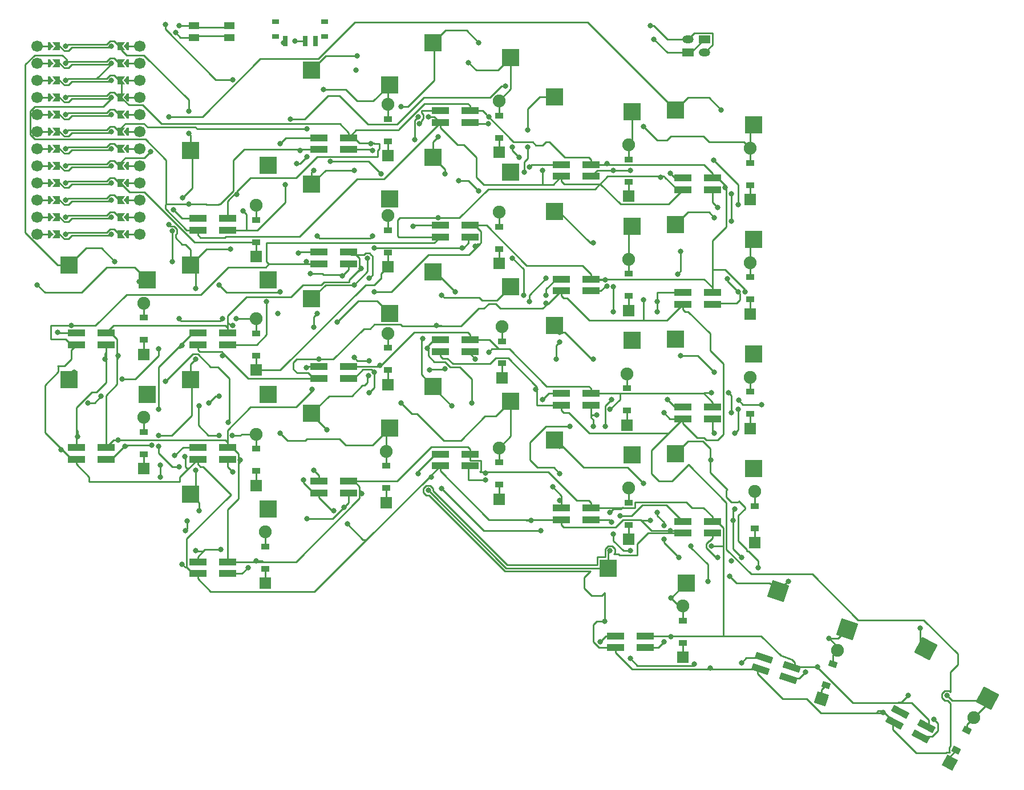
<source format=gbr>
%TF.GenerationSoftware,KiCad,Pcbnew,9.0.6*%
%TF.CreationDate,2025-11-21T16:08:54+01:00*%
%TF.ProjectId,main_pcb,6d61696e-5f70-4636-922e-6b696361645f,v1.0.0*%
%TF.SameCoordinates,Original*%
%TF.FileFunction,Copper,L2,Bot*%
%TF.FilePolarity,Positive*%
%FSLAX46Y46*%
G04 Gerber Fmt 4.6, Leading zero omitted, Abs format (unit mm)*
G04 Created by KiCad (PCBNEW 9.0.6) date 2025-11-21 16:08:54*
%MOMM*%
%LPD*%
G01*
G04 APERTURE LIST*
G04 Aperture macros list*
%AMRotRect*
0 Rectangle, with rotation*
0 The origin of the aperture is its center*
0 $1 length*
0 $2 width*
0 $3 Rotation angle, in degrees counterclockwise*
0 Add horizontal line*
21,1,$1,$2,0,0,$3*%
%AMFreePoly0*
4,1,6,0.250000,0.000000,-0.250000,-0.625000,-0.500000,-0.625000,-0.500000,0.625000,-0.250000,0.625000,0.250000,0.000000,0.250000,0.000000,$1*%
%AMFreePoly1*
4,1,6,0.500000,-0.625000,-0.650000,-0.625000,-0.150000,0.000000,-0.650000,0.625000,0.500000,0.625000,0.500000,-0.625000,0.500000,-0.625000,$1*%
G04 Aperture macros list end*
%TA.AperFunction,SMDPad,CuDef*%
%ADD10FreePoly0,180.000000*%
%TD*%
%TA.AperFunction,ComponentPad*%
%ADD11C,1.700000*%
%TD*%
%TA.AperFunction,SMDPad,CuDef*%
%ADD12FreePoly0,0.000000*%
%TD*%
%TA.AperFunction,SMDPad,CuDef*%
%ADD13FreePoly1,0.000000*%
%TD*%
%TA.AperFunction,ComponentPad*%
%ADD14C,0.800000*%
%TD*%
%TA.AperFunction,SMDPad,CuDef*%
%ADD15FreePoly1,180.000000*%
%TD*%
%TA.AperFunction,SMDPad,CuDef*%
%ADD16R,2.600000X2.600000*%
%TD*%
%TA.AperFunction,SMDPad,CuDef*%
%ADD17RotRect,2.600000X1.000000X342.000000*%
%TD*%
%TA.AperFunction,ComponentPad*%
%ADD18R,1.778000X1.778000*%
%TD*%
%TA.AperFunction,SMDPad,CuDef*%
%ADD19R,1.200000X0.900000*%
%TD*%
%TA.AperFunction,ComponentPad*%
%ADD20C,1.905000*%
%TD*%
%TA.AperFunction,ComponentPad*%
%ADD21R,1.700000X1.200000*%
%TD*%
%TA.AperFunction,ComponentPad*%
%ADD22O,1.700000X1.200000*%
%TD*%
%TA.AperFunction,SMDPad,CuDef*%
%ADD23R,1.000000X0.800000*%
%TD*%
%TA.AperFunction,SMDPad,CuDef*%
%ADD24R,0.700000X1.500000*%
%TD*%
%TA.AperFunction,SMDPad,CuDef*%
%ADD25R,2.600000X1.000000*%
%TD*%
%TA.AperFunction,ComponentPad*%
%ADD26RotRect,1.778000X1.778000X62.000000*%
%TD*%
%TA.AperFunction,SMDPad,CuDef*%
%ADD27RotRect,0.900000X1.200000X62.000000*%
%TD*%
%TA.AperFunction,ComponentPad*%
%ADD28RotRect,1.778000X1.778000X72.000000*%
%TD*%
%TA.AperFunction,SMDPad,CuDef*%
%ADD29RotRect,0.900000X1.200000X72.000000*%
%TD*%
%TA.AperFunction,SMDPad,CuDef*%
%ADD30RotRect,2.600000X2.600000X342.000000*%
%TD*%
%TA.AperFunction,SMDPad,CuDef*%
%ADD31RotRect,2.600000X2.600000X332.000000*%
%TD*%
%TA.AperFunction,SMDPad,CuDef*%
%ADD32R,1.550000X1.000000*%
%TD*%
%TA.AperFunction,SMDPad,CuDef*%
%ADD33RotRect,2.600000X1.000000X332.000000*%
%TD*%
%TA.AperFunction,ViaPad*%
%ADD34C,0.800000*%
%TD*%
%TA.AperFunction,Conductor*%
%ADD35C,0.250000*%
%TD*%
G04 APERTURE END LIST*
D10*
%TO.P,MCU1,1*%
%TO.N,MCU1_1*%
X87100000Y-77500000D03*
D11*
X89220000Y-77500000D03*
D10*
%TO.P,MCU1,2*%
%TO.N,MCU1_2*%
X87100000Y-80040000D03*
D11*
X89220000Y-80040000D03*
D10*
%TO.P,MCU1,3*%
%TO.N,MCU1_3*%
X87100000Y-82580000D03*
D11*
X89220000Y-82580000D03*
D10*
%TO.P,MCU1,4*%
%TO.N,MCU1_4*%
X87100000Y-85120000D03*
D11*
X89220000Y-85120000D03*
D10*
%TO.P,MCU1,5*%
%TO.N,MCU1_5*%
X87100000Y-87660000D03*
D11*
X89220000Y-87660000D03*
D10*
%TO.P,MCU1,6*%
%TO.N,MCU1_6*%
X87100000Y-90200000D03*
D11*
X89220000Y-90200000D03*
D10*
%TO.P,MCU1,7*%
%TO.N,MCU1_7*%
X87100000Y-92740000D03*
D11*
X89220000Y-92740000D03*
D10*
%TO.P,MCU1,8*%
%TO.N,MCU1_8*%
X87100000Y-95280000D03*
D11*
X89220000Y-95280000D03*
D10*
%TO.P,MCU1,9*%
%TO.N,MCU1_9*%
X87100000Y-97820000D03*
D11*
X89220000Y-97820000D03*
D10*
%TO.P,MCU1,10*%
%TO.N,MCU1_10*%
X87100000Y-100360000D03*
D11*
X89220000Y-100360000D03*
D10*
%TO.P,MCU1,11*%
%TO.N,MCU1_11*%
X87100000Y-102900000D03*
D11*
X89220000Y-102900000D03*
D10*
%TO.P,MCU1,12*%
%TO.N,MCU1_12*%
X87100000Y-105440000D03*
D11*
X89220000Y-105440000D03*
%TO.P,MCU1,13*%
%TO.N,MCU1_13*%
X73980000Y-105440000D03*
D12*
X76100000Y-105440000D03*
D11*
%TO.P,MCU1,14*%
%TO.N,MCU1_14*%
X73980000Y-102900000D03*
D12*
X76100000Y-102900000D03*
D11*
%TO.P,MCU1,15*%
%TO.N,MCU1_15*%
X73980000Y-100360000D03*
D12*
X76100000Y-100360000D03*
D11*
%TO.P,MCU1,16*%
%TO.N,MCU1_16*%
X73980000Y-97820000D03*
D12*
X76100000Y-97820000D03*
D11*
%TO.P,MCU1,17*%
%TO.N,MCU1_17*%
X73980000Y-95280000D03*
D12*
X76100000Y-95280000D03*
D11*
%TO.P,MCU1,18*%
%TO.N,MCU1_18*%
X73980000Y-92740000D03*
D12*
X76100000Y-92740000D03*
D11*
%TO.P,MCU1,19*%
%TO.N,MCU1_19*%
X73980000Y-90200000D03*
D12*
X76100000Y-90200000D03*
D11*
%TO.P,MCU1,20*%
%TO.N,MCU1_20*%
X73980000Y-87660000D03*
D12*
X76100000Y-87660000D03*
D11*
%TO.P,MCU1,21*%
%TO.N,MCU1_21*%
X73980000Y-85120000D03*
D12*
X76100000Y-85120000D03*
D11*
%TO.P,MCU1,22*%
%TO.N,MCU1_22*%
X73980000Y-82580000D03*
D12*
X76100000Y-82580000D03*
D11*
%TO.P,MCU1,23*%
%TO.N,MCU1_23*%
X73980000Y-80040000D03*
D12*
X76100000Y-80040000D03*
D11*
%TO.P,MCU1,24*%
%TO.N,MCU1_24*%
X73980000Y-77500000D03*
D12*
X76100000Y-77500000D03*
D13*
%TO.P,MCU1,101*%
%TO.N,RAW*%
X76825000Y-77500000D03*
D14*
X85000000Y-77500000D03*
D13*
%TO.P,MCU1,102*%
%TO.N,GND*%
X76825000Y-80040000D03*
D14*
X85000000Y-80040000D03*
D13*
%TO.P,MCU1,103*%
%TO.N,RST*%
X76825000Y-82580000D03*
D14*
X85000000Y-82580000D03*
D13*
%TO.P,MCU1,104*%
%TO.N,VCC*%
X76825000Y-85120000D03*
D14*
X85000000Y-85120000D03*
D13*
%TO.P,MCU1,105*%
%TO.N,P21*%
X76825000Y-87660000D03*
D14*
X85000000Y-87660000D03*
D13*
%TO.P,MCU1,106*%
%TO.N,P20*%
X76825000Y-90200000D03*
D14*
X85000000Y-90200000D03*
D13*
%TO.P,MCU1,107*%
%TO.N,P19*%
X76825000Y-92740000D03*
D14*
X85000000Y-92740000D03*
D13*
%TO.P,MCU1,108*%
%TO.N,P18*%
X76825000Y-95280000D03*
D14*
X85000000Y-95280000D03*
D13*
%TO.P,MCU1,109*%
%TO.N,P15*%
X76825000Y-97820000D03*
D14*
X85000000Y-97820000D03*
D13*
%TO.P,MCU1,110*%
%TO.N,P14*%
X76825000Y-100360000D03*
D14*
X85000000Y-100360000D03*
D13*
%TO.P,MCU1,111*%
%TO.N,P16*%
X76825000Y-102900000D03*
D14*
X85000000Y-102900000D03*
D13*
%TO.P,MCU1,112*%
%TO.N,P10*%
X76825000Y-105440000D03*
D14*
X85000000Y-105440000D03*
%TO.P,MCU1,113*%
%TO.N,P9*%
X78200000Y-105440000D03*
D15*
X86375000Y-105440000D03*
D14*
%TO.P,MCU1,114*%
%TO.N,P8*%
X78200000Y-102900000D03*
D15*
X86375000Y-102900000D03*
D14*
%TO.P,MCU1,115*%
%TO.N,P7*%
X78200000Y-100360000D03*
D15*
X86375000Y-100360000D03*
D14*
%TO.P,MCU1,116*%
%TO.N,P6*%
X78200000Y-97820000D03*
D15*
X86375000Y-97820000D03*
D14*
%TO.P,MCU1,117*%
%TO.N,P5*%
X78200000Y-95280000D03*
D15*
X86375000Y-95280000D03*
D14*
%TO.P,MCU1,118*%
%TO.N,P4*%
X78200000Y-92740000D03*
D15*
X86375000Y-92740000D03*
D14*
%TO.P,MCU1,119*%
%TO.N,P3*%
X78200000Y-90200000D03*
D15*
X86375000Y-90200000D03*
D14*
%TO.P,MCU1,120*%
%TO.N,P2*%
X78200000Y-87660000D03*
D15*
X86375000Y-87660000D03*
D14*
%TO.P,MCU1,121*%
%TO.N,GND*%
X78200000Y-85120000D03*
D15*
X86375000Y-85120000D03*
D14*
%TO.P,MCU1,122*%
X78200000Y-82580000D03*
D15*
X86375000Y-82580000D03*
D14*
%TO.P,MCU1,123*%
%TO.N,P0*%
X78200000Y-80040000D03*
D15*
X86375000Y-80040000D03*
D14*
%TO.P,MCU1,124*%
%TO.N,P1*%
X78200000Y-77500000D03*
D15*
X86375000Y-77500000D03*
%TD*%
D16*
%TO.P,S11,1*%
%TO.N,P3*%
X132725000Y-94050000D03*
%TO.P,S11,2*%
%TO.N,main_middle_top*%
X144275000Y-96250000D03*
%TD*%
D17*
%TO.P,LED24,1*%
%TO.N,VCC*%
X181286032Y-170056315D03*
%TO.P,LED24,2*%
%TO.N,rgb_thumbfan_far*%
X181826812Y-168391966D03*
%TO.P,LED24,3*%
%TO.N,GND*%
X186011460Y-169751641D03*
%TO.P,LED24,4*%
%TO.N,rgb_thumbfan_home*%
X185470680Y-171415990D03*
%TD*%
D16*
%TO.P,S1,1*%
%TO.N,P1*%
X96725000Y-144050000D03*
%TO.P,S1,2*%
%TO.N,main_pinky_bottom*%
X108275000Y-146250000D03*
%TD*%
%TO.P,S8,1*%
%TO.N,P2*%
X114725000Y-81050000D03*
%TO.P,S8,2*%
%TO.N,main_ring_num*%
X126275000Y-83250000D03*
%TD*%
D18*
%TO.P,D3,1*%
%TO.N,P7*%
X106500000Y-125660000D03*
D19*
X106500000Y-123500000D03*
%TO.P,D3,2*%
%TO.N,main_pinky_top*%
X106500000Y-120200000D03*
D20*
X106500000Y-118040000D03*
%TD*%
D16*
%TO.P,S21,1*%
%TO.N,P0*%
X78725000Y-127050000D03*
%TO.P,S21,2*%
%TO.N,outer_outer_top*%
X90275000Y-129250000D03*
%TD*%
%TO.P,S23,1*%
%TO.N,P3*%
X158725000Y-155050000D03*
%TO.P,S23,2*%
%TO.N,thumbfan_near_thumb*%
X170275000Y-157250000D03*
%TD*%
D21*
%TO.P,JST2,1*%
%TO.N,pos*%
X173000000Y-76500000D03*
D22*
%TO.P,JST2,2*%
%TO.N,GND*%
X173000000Y-78500000D03*
%TD*%
D23*
%TO.P,SW1,*%
%TO.N,*%
X109350000Y-76085000D03*
X116650000Y-76085000D03*
X109350000Y-73875000D03*
X116650000Y-73875000D03*
D24*
%TO.P,SW1,4*%
%TO.N,N/C*%
X115250000Y-76735000D03*
%TO.P,SW1,5*%
%TO.N,pos*%
X113750000Y-76735000D03*
%TO.P,SW1,6*%
%TO.N,RAW*%
X110750000Y-76735000D03*
%TD*%
D18*
%TO.P,D10,1*%
%TO.N,P8*%
X143000000Y-126810000D03*
D19*
X143000000Y-124650000D03*
%TO.P,D10,2*%
%TO.N,main_middle_home*%
X143000000Y-121350000D03*
D20*
X143000000Y-119190000D03*
%TD*%
D16*
%TO.P,S15,1*%
%TO.N,P4*%
X150725000Y-102050000D03*
%TO.P,S15,2*%
%TO.N,main_index_top*%
X162275000Y-104250000D03*
%TD*%
D25*
%TO.P,LED14,1*%
%TO.N,VCC*%
X151800000Y-130875000D03*
%TO.P,LED14,2*%
%TO.N,rgb_main_index_top*%
X151800000Y-129125000D03*
%TO.P,LED14,3*%
%TO.N,GND*%
X156200000Y-129125000D03*
%TO.P,LED14,4*%
%TO.N,rgb_main_index_home*%
X156200000Y-130875000D03*
%TD*%
D18*
%TO.P,D8,1*%
%TO.N,P6*%
X126000000Y-93810000D03*
D19*
X126000000Y-91650000D03*
%TO.P,D8,2*%
%TO.N,main_ring_num*%
X126000000Y-88350000D03*
D20*
X126000000Y-86190000D03*
%TD*%
D16*
%TO.P,S9,1*%
%TO.N,P3*%
X132725000Y-128050000D03*
%TO.P,S9,2*%
%TO.N,main_middle_bottom*%
X144275000Y-130250000D03*
%TD*%
D25*
%TO.P,LED22,1*%
%TO.N,VCC*%
X79800000Y-121875000D03*
%TO.P,LED22,2*%
%TO.N,rgb_main_pinky_home*%
X79800000Y-120125000D03*
%TO.P,LED22,3*%
%TO.N,GND*%
X84200000Y-120125000D03*
%TO.P,LED22,4*%
%TO.N,rgb_main_outer_home*%
X84200000Y-121875000D03*
%TD*%
D26*
%TO.P,D25,1*%
%TO.N,P10*%
X209384174Y-183971803D03*
D27*
X210398233Y-182064637D03*
%TO.P,D25,2*%
%TO.N,thumbfan_far_thumb*%
X211947489Y-179150909D03*
D20*
X212961548Y-177243743D03*
%TD*%
D16*
%TO.P,S13,1*%
%TO.N,P4*%
X150725000Y-136050000D03*
%TO.P,S13,2*%
%TO.N,main_index_bottom*%
X162275000Y-138250000D03*
%TD*%
D18*
%TO.P,D23,1*%
%TO.N,P10*%
X169800000Y-168310000D03*
D19*
X169800000Y-166150000D03*
%TO.P,D23,2*%
%TO.N,thumbfan_near_thumb*%
X169800000Y-162850000D03*
D20*
X169800000Y-160690000D03*
%TD*%
D18*
%TO.P,D5,1*%
%TO.N,P9*%
X125800000Y-145310000D03*
D19*
X125800000Y-143150000D03*
%TO.P,D5,2*%
%TO.N,main_ring_bottom*%
X125800000Y-139850000D03*
D20*
X125800000Y-137690000D03*
%TD*%
D18*
%TO.P,D1,1*%
%TO.N,P9*%
X107800000Y-157310000D03*
D19*
X107800000Y-155150000D03*
%TO.P,D1,2*%
%TO.N,main_pinky_bottom*%
X107800000Y-151850000D03*
D20*
X107800000Y-149690000D03*
%TD*%
D18*
%TO.P,D4,1*%
%TO.N,P6*%
X106500000Y-108810000D03*
D19*
X106500000Y-106650000D03*
%TO.P,D4,2*%
%TO.N,main_pinky_num*%
X106500000Y-103350000D03*
D20*
X106500000Y-101190000D03*
%TD*%
D25*
%TO.P,LED21,1*%
%TO.N,VCC*%
X79800000Y-138875000D03*
%TO.P,LED21,2*%
%TO.N,rgb_main_outer_home*%
X79800000Y-137125000D03*
%TO.P,LED21,3*%
%TO.N,GND*%
X84200000Y-137125000D03*
%TO.P,LED21,4*%
%TO.N,rgb_main_outer_top*%
X84200000Y-138875000D03*
%TD*%
D16*
%TO.P,S17,1*%
%TO.N,P5*%
X168725000Y-138050000D03*
%TO.P,S17,2*%
%TO.N,main_inner_bottom*%
X180275000Y-140250000D03*
%TD*%
D25*
%TO.P,LED12,1*%
%TO.N,VCC*%
X133800000Y-88875000D03*
%TO.P,LED12,2*%
%TO.N,rgb_main_ring_num*%
X133800000Y-87125000D03*
%TO.P,LED12,3*%
%TO.N,GND*%
X138200000Y-87125000D03*
%TO.P,LED12,4*%
%TO.N,rgb_main_middle_num*%
X138200000Y-88875000D03*
%TD*%
%TO.P,LED2,1*%
%TO.N,VCC*%
X97800000Y-138875000D03*
%TO.P,LED2,2*%
%TO.N,rgb_main_pinky_bottom*%
X97800000Y-137125000D03*
%TO.P,LED2,3*%
%TO.N,GND*%
X102200000Y-137125000D03*
%TO.P,LED2,4*%
%TO.N,rgb_main_pinky_home*%
X102200000Y-138875000D03*
%TD*%
D18*
%TO.P,D6,1*%
%TO.N,P8*%
X126000000Y-127810000D03*
D19*
X126000000Y-125650000D03*
%TO.P,D6,2*%
%TO.N,main_ring_home*%
X126000000Y-122350000D03*
D20*
X126000000Y-120190000D03*
%TD*%
D25*
%TO.P,LED23,1*%
%TO.N,VCC*%
X159800000Y-166875000D03*
%TO.P,LED23,2*%
%TO.N,rgb_thumbfan_home*%
X159800000Y-165125000D03*
%TO.P,LED23,3*%
%TO.N,GND*%
X164200000Y-165125000D03*
%TO.P,LED23,4*%
%TO.N,rgb_thumbfan_near*%
X164200000Y-166875000D03*
%TD*%
D18*
%TO.P,D9,1*%
%TO.N,P9*%
X142500000Y-144810000D03*
D19*
X142500000Y-142650000D03*
%TO.P,D9,2*%
%TO.N,main_middle_bottom*%
X142500000Y-139350000D03*
D20*
X142500000Y-137190000D03*
%TD*%
D16*
%TO.P,S2,1*%
%TO.N,P1*%
X96725000Y-127050000D03*
%TO.P,S2,2*%
%TO.N,main_pinky_home*%
X108275000Y-129250000D03*
%TD*%
D21*
%TO.P,JST1,1*%
%TO.N,pos*%
X170550000Y-78500000D03*
D22*
%TO.P,JST1,2*%
%TO.N,GND*%
X170550000Y-76500000D03*
%TD*%
D18*
%TO.P,D13,1*%
%TO.N,P9*%
X161800000Y-150810000D03*
D19*
X161800000Y-148650000D03*
%TO.P,D13,2*%
%TO.N,main_index_bottom*%
X161800000Y-145350000D03*
D20*
X161800000Y-143190000D03*
%TD*%
D16*
%TO.P,S12,1*%
%TO.N,P3*%
X132725000Y-77050000D03*
%TO.P,S12,2*%
%TO.N,main_middle_num*%
X144275000Y-79250000D03*
%TD*%
%TO.P,S14,1*%
%TO.N,P4*%
X150725000Y-119050000D03*
%TO.P,S14,2*%
%TO.N,main_index_home*%
X162275000Y-121250000D03*
%TD*%
%TO.P,S4,1*%
%TO.N,P1*%
X96725000Y-93050000D03*
%TO.P,S4,2*%
%TO.N,main_pinky_num*%
X108275000Y-95250000D03*
%TD*%
D25*
%TO.P,LED20,1*%
%TO.N,VCC*%
X169800000Y-98875000D03*
%TO.P,LED20,2*%
%TO.N,rgb_main_index_num*%
X169800000Y-97125000D03*
%TO.P,LED20,3*%
%TO.N,GND*%
X174200000Y-97125000D03*
%TO.P,LED20,4*%
%TO.N,P21*%
X174200000Y-98875000D03*
%TD*%
D18*
%TO.P,D17,1*%
%TO.N,P9*%
X180500000Y-151310000D03*
D19*
X180500000Y-149150000D03*
%TO.P,D17,2*%
%TO.N,main_inner_bottom*%
X180500000Y-145850000D03*
D20*
X180500000Y-143690000D03*
%TD*%
D16*
%TO.P,S18,1*%
%TO.N,P5*%
X168725000Y-121050000D03*
%TO.P,S18,2*%
%TO.N,main_inner_home*%
X180275000Y-123250000D03*
%TD*%
D25*
%TO.P,LED7,1*%
%TO.N,VCC*%
X115800000Y-109875000D03*
%TO.P,LED7,2*%
%TO.N,rgb_main_middle_top*%
X115800000Y-108125000D03*
%TO.P,LED7,3*%
%TO.N,GND*%
X120200000Y-108125000D03*
%TO.P,LED7,4*%
%TO.N,rgb_main_ring_top*%
X120200000Y-109875000D03*
%TD*%
D16*
%TO.P,S3,1*%
%TO.N,P1*%
X96725000Y-110050000D03*
%TO.P,S3,2*%
%TO.N,main_pinky_top*%
X108275000Y-112250000D03*
%TD*%
D18*
%TO.P,D21,1*%
%TO.N,P7*%
X89800000Y-140310000D03*
D19*
X89800000Y-138150000D03*
%TO.P,D21,2*%
%TO.N,outer_outer_top*%
X89800000Y-134850000D03*
D20*
X89800000Y-132690000D03*
%TD*%
D25*
%TO.P,LED11,1*%
%TO.N,VCC*%
X133800000Y-105875000D03*
%TO.P,LED11,2*%
%TO.N,rgb_main_middle_home*%
X133800000Y-104125000D03*
%TO.P,LED11,3*%
%TO.N,GND*%
X138200000Y-104125000D03*
%TO.P,LED11,4*%
%TO.N,rgb_main_middle_top*%
X138200000Y-105875000D03*
%TD*%
%TO.P,LED1,1*%
%TO.N,VCC*%
X97800000Y-155875000D03*
%TO.P,LED1,2*%
%TO.N,rgb_main_ring_bottom*%
X97800000Y-154125000D03*
%TO.P,LED1,3*%
%TO.N,GND*%
X102200000Y-154125000D03*
%TO.P,LED1,4*%
%TO.N,rgb_main_pinky_bottom*%
X102200000Y-155875000D03*
%TD*%
D18*
%TO.P,D18,1*%
%TO.N,P8*%
X179800000Y-134310000D03*
D19*
X179800000Y-132150000D03*
%TO.P,D18,2*%
%TO.N,main_inner_home*%
X179800000Y-128850000D03*
D20*
X179800000Y-126690000D03*
%TD*%
D28*
%TO.P,D24,1*%
%TO.N,P10*%
X190353157Y-174511251D03*
D29*
X191020634Y-172456969D03*
%TO.P,D24,2*%
%TO.N,thumbfan_home_thumb*%
X192040390Y-169318483D03*
D20*
X192707867Y-167264201D03*
%TD*%
D25*
%TO.P,LED13,1*%
%TO.N,VCC*%
X151800000Y-147875000D03*
%TO.P,LED13,2*%
%TO.N,rgb_main_index_home*%
X151800000Y-146125000D03*
%TO.P,LED13,3*%
%TO.N,GND*%
X156200000Y-146125000D03*
%TO.P,LED13,4*%
%TO.N,rgb_main_index_bottom*%
X156200000Y-147875000D03*
%TD*%
D16*
%TO.P,S16,1*%
%TO.N,P4*%
X150725000Y-85050000D03*
%TO.P,S16,2*%
%TO.N,main_index_num*%
X162275000Y-87250000D03*
%TD*%
D30*
%TO.P,S24,1*%
%TO.N,P4*%
X183917772Y-158477878D03*
%TO.P,S24,2*%
%TO.N,thumbfan_home_thumb*%
X194222637Y-164139349D03*
%TD*%
D18*
%TO.P,D19,1*%
%TO.N,P7*%
X179800000Y-117310000D03*
D19*
X179800000Y-115150000D03*
%TO.P,D19,2*%
%TO.N,main_inner_top*%
X179800000Y-111850000D03*
D20*
X179800000Y-109690000D03*
%TD*%
D31*
%TO.P,S25,1*%
%TO.N,P5*%
X205830722Y-167064520D03*
%TO.P,S25,2*%
%TO.N,thumbfan_far_thumb*%
X214995930Y-174429402D03*
%TD*%
D25*
%TO.P,LED3,1*%
%TO.N,VCC*%
X97800000Y-121875000D03*
%TO.P,LED3,2*%
%TO.N,rgb_main_outer_top*%
X97800000Y-120125000D03*
%TO.P,LED3,3*%
%TO.N,GND*%
X102200000Y-120125000D03*
%TO.P,LED3,4*%
%TO.N,rgb_main_pinky_top*%
X102200000Y-121875000D03*
%TD*%
D18*
%TO.P,D14,1*%
%TO.N,P8*%
X161500000Y-133810000D03*
D19*
X161500000Y-131650000D03*
%TO.P,D14,2*%
%TO.N,main_index_home*%
X161500000Y-128350000D03*
D20*
X161500000Y-126190000D03*
%TD*%
D25*
%TO.P,LED10,1*%
%TO.N,VCC*%
X133800000Y-122875000D03*
%TO.P,LED10,2*%
%TO.N,rgb_main_middle_bottom*%
X133800000Y-121125000D03*
%TO.P,LED10,3*%
%TO.N,GND*%
X138200000Y-121125000D03*
%TO.P,LED10,4*%
%TO.N,rgb_main_middle_home*%
X138200000Y-122875000D03*
%TD*%
D32*
%TO.P,B1,1*%
%TO.N,GND*%
X97250000Y-74525000D03*
X102500000Y-74525000D03*
%TO.P,B1,2*%
%TO.N,RST*%
X97250000Y-76225000D03*
X102500000Y-76225000D03*
%TD*%
D25*
%TO.P,LED19,1*%
%TO.N,VCC*%
X169800000Y-115875000D03*
%TO.P,LED19,2*%
%TO.N,rgb_main_inner_home*%
X169800000Y-114125000D03*
%TO.P,LED19,3*%
%TO.N,GND*%
X174200000Y-114125000D03*
%TO.P,LED19,4*%
%TO.N,rgb_main_inner_top*%
X174200000Y-115875000D03*
%TD*%
%TO.P,LED8,1*%
%TO.N,VCC*%
X115800000Y-92875000D03*
%TO.P,LED8,2*%
%TO.N,rgb_main_pinky_num*%
X115800000Y-91125000D03*
%TO.P,LED8,3*%
%TO.N,GND*%
X120200000Y-91125000D03*
%TO.P,LED8,4*%
%TO.N,rgb_main_ring_num*%
X120200000Y-92875000D03*
%TD*%
D16*
%TO.P,S22,1*%
%TO.N,P0*%
X78725000Y-110050000D03*
%TO.P,S22,2*%
%TO.N,outer_outer_home*%
X90275000Y-112250000D03*
%TD*%
D18*
%TO.P,D20,1*%
%TO.N,P6*%
X179800000Y-100310000D03*
D19*
X179800000Y-98150000D03*
%TO.P,D20,2*%
%TO.N,main_inner_num*%
X179800000Y-94850000D03*
D20*
X179800000Y-92690000D03*
%TD*%
D16*
%TO.P,S7,1*%
%TO.N,P2*%
X114725000Y-98050000D03*
%TO.P,S7,2*%
%TO.N,main_ring_top*%
X126275000Y-100250000D03*
%TD*%
%TO.P,S5,1*%
%TO.N,P2*%
X114725000Y-132050000D03*
%TO.P,S5,2*%
%TO.N,main_ring_bottom*%
X126275000Y-134250000D03*
%TD*%
%TO.P,S10,1*%
%TO.N,P3*%
X132725000Y-111050000D03*
%TO.P,S10,2*%
%TO.N,main_middle_home*%
X144275000Y-113250000D03*
%TD*%
D33*
%TO.P,LED25,1*%
%TO.N,VCC*%
X201228390Y-178010058D03*
%TO.P,LED25,2*%
%TO.N,N/C*%
X202049965Y-176464899D03*
%TO.P,LED25,3*%
%TO.N,GND*%
X205934934Y-178530574D03*
%TO.P,LED25,4*%
%TO.N,rgb_thumbfan_far*%
X205113359Y-180075733D03*
%TD*%
D25*
%TO.P,LED6,1*%
%TO.N,VCC*%
X115800000Y-126875000D03*
%TO.P,LED6,2*%
%TO.N,rgb_main_ring_top*%
X115800000Y-125125000D03*
%TO.P,LED6,3*%
%TO.N,GND*%
X120200000Y-125125000D03*
%TO.P,LED6,4*%
%TO.N,rgb_main_ring_home*%
X120200000Y-126875000D03*
%TD*%
D16*
%TO.P,S19,1*%
%TO.N,P5*%
X168725000Y-104050000D03*
%TO.P,S19,2*%
%TO.N,main_inner_top*%
X180275000Y-106250000D03*
%TD*%
D25*
%TO.P,LED4,1*%
%TO.N,VCC*%
X97800000Y-104875000D03*
%TO.P,LED4,2*%
%TO.N,rgb_main_pinky_top*%
X97800000Y-103125000D03*
%TO.P,LED4,3*%
%TO.N,GND*%
X102200000Y-103125000D03*
%TO.P,LED4,4*%
%TO.N,rgb_main_pinky_num*%
X102200000Y-104875000D03*
%TD*%
%TO.P,LED17,1*%
%TO.N,VCC*%
X169800000Y-149875000D03*
%TO.P,LED17,2*%
%TO.N,rgb_thumbfan_near*%
X169800000Y-148125000D03*
%TO.P,LED17,3*%
%TO.N,GND*%
X174200000Y-148125000D03*
%TO.P,LED17,4*%
%TO.N,rgb_main_inner_bottom*%
X174200000Y-149875000D03*
%TD*%
D18*
%TO.P,D7,1*%
%TO.N,P7*%
X126000000Y-110310000D03*
D19*
X126000000Y-108150000D03*
%TO.P,D7,2*%
%TO.N,main_ring_top*%
X126000000Y-104850000D03*
D20*
X126000000Y-102690000D03*
%TD*%
D18*
%TO.P,D16,1*%
%TO.N,P6*%
X161800000Y-99810000D03*
D19*
X161800000Y-97650000D03*
%TO.P,D16,2*%
%TO.N,main_index_num*%
X161800000Y-94350000D03*
D20*
X161800000Y-92190000D03*
%TD*%
D25*
%TO.P,LED16,1*%
%TO.N,VCC*%
X151800000Y-96875000D03*
%TO.P,LED16,2*%
%TO.N,rgb_main_middle_num*%
X151800000Y-95125000D03*
%TO.P,LED16,3*%
%TO.N,GND*%
X156200000Y-95125000D03*
%TO.P,LED16,4*%
%TO.N,rgb_main_index_num*%
X156200000Y-96875000D03*
%TD*%
%TO.P,LED5,1*%
%TO.N,VCC*%
X115800000Y-143875000D03*
%TO.P,LED5,2*%
%TO.N,rgb_main_ring_home*%
X115800000Y-142125000D03*
%TO.P,LED5,3*%
%TO.N,GND*%
X120200000Y-142125000D03*
%TO.P,LED5,4*%
%TO.N,rgb_main_ring_bottom*%
X120200000Y-143875000D03*
%TD*%
%TO.P,LED15,1*%
%TO.N,VCC*%
X151800000Y-113875000D03*
%TO.P,LED15,2*%
%TO.N,rgb_main_inner_top*%
X151800000Y-112125000D03*
%TO.P,LED15,3*%
%TO.N,GND*%
X156200000Y-112125000D03*
%TO.P,LED15,4*%
%TO.N,rgb_main_index_top*%
X156200000Y-113875000D03*
%TD*%
D18*
%TO.P,D11,1*%
%TO.N,P7*%
X142500000Y-109810000D03*
D19*
X142500000Y-107650000D03*
%TO.P,D11,2*%
%TO.N,main_middle_top*%
X142500000Y-104350000D03*
D20*
X142500000Y-102190000D03*
%TD*%
D16*
%TO.P,S20,1*%
%TO.N,P5*%
X168725000Y-87050000D03*
%TO.P,S20,2*%
%TO.N,main_inner_num*%
X180275000Y-89250000D03*
%TD*%
D18*
%TO.P,D15,1*%
%TO.N,P7*%
X161800000Y-116810000D03*
D19*
X161800000Y-114650000D03*
%TO.P,D15,2*%
%TO.N,main_index_top*%
X161800000Y-111350000D03*
D20*
X161800000Y-109190000D03*
%TD*%
D25*
%TO.P,LED9,1*%
%TO.N,VCC*%
X133800000Y-139875000D03*
%TO.P,LED9,2*%
%TO.N,rgb_main_index_bottom*%
X133800000Y-138125000D03*
%TO.P,LED9,3*%
%TO.N,GND*%
X138200000Y-138125000D03*
%TO.P,LED9,4*%
%TO.N,rgb_main_middle_bottom*%
X138200000Y-139875000D03*
%TD*%
%TO.P,LED18,1*%
%TO.N,VCC*%
X169800000Y-132875000D03*
%TO.P,LED18,2*%
%TO.N,rgb_main_inner_bottom*%
X169800000Y-131125000D03*
%TO.P,LED18,3*%
%TO.N,GND*%
X174200000Y-131125000D03*
%TO.P,LED18,4*%
%TO.N,rgb_main_inner_home*%
X174200000Y-132875000D03*
%TD*%
D18*
%TO.P,D12,1*%
%TO.N,P6*%
X142500000Y-93310000D03*
D19*
X142500000Y-91150000D03*
%TO.P,D12,2*%
%TO.N,main_middle_num*%
X142500000Y-87850000D03*
D20*
X142500000Y-85690000D03*
%TD*%
D18*
%TO.P,D22,1*%
%TO.N,P8*%
X89800000Y-123310000D03*
D19*
X89800000Y-121150000D03*
%TO.P,D22,2*%
%TO.N,outer_outer_home*%
X89800000Y-117850000D03*
D20*
X89800000Y-115690000D03*
%TD*%
D16*
%TO.P,S6,1*%
%TO.N,P2*%
X114725000Y-115050000D03*
%TO.P,S6,2*%
%TO.N,main_ring_home*%
X126275000Y-117250000D03*
%TD*%
D18*
%TO.P,D2,1*%
%TO.N,P8*%
X106500000Y-142810000D03*
D19*
X106500000Y-140650000D03*
%TO.P,D2,2*%
%TO.N,main_pinky_home*%
X106500000Y-137350000D03*
D20*
X106500000Y-135190000D03*
%TD*%
D34*
%TO.N,P1*%
X102624847Y-107650153D03*
X92000000Y-135324000D03*
X95561297Y-100061297D03*
X98000000Y-146500000D03*
X97500000Y-124000000D03*
X93500000Y-104000000D03*
X91987347Y-136987347D03*
X96500000Y-90500000D03*
X96500000Y-87225000D03*
X95000000Y-140000000D03*
X97500000Y-140500000D03*
X97500000Y-113500000D03*
%TO.N,P2*%
X121000000Y-96000000D03*
X117000000Y-134500000D03*
X115000000Y-96000000D03*
X123134556Y-126501000D03*
X121500000Y-79000000D03*
X121275000Y-81050000D03*
X123000000Y-109000000D03*
X121000000Y-113000000D03*
%TO.N,P3*%
X132000000Y-143500000D03*
X146175000Y-114510306D03*
X134500000Y-96500000D03*
X159000000Y-152500000D03*
X135500000Y-131000000D03*
X128000000Y-86500000D03*
X130512653Y-88012653D03*
X136000000Y-114000000D03*
X130000000Y-91449000D03*
X131225000Y-121000000D03*
X144500000Y-109000000D03*
X133500000Y-91000000D03*
X139500000Y-77000000D03*
X114000000Y-89815500D03*
%TO.N,P4*%
X151500000Y-120000000D03*
X146750000Y-92500000D03*
X151500000Y-137000000D03*
X111512653Y-88365500D03*
X159500000Y-113250000D03*
X93000000Y-74275000D03*
X146250000Y-96250000D03*
X156500000Y-106750000D03*
X164000000Y-142500000D03*
X185500000Y-157000000D03*
X102987347Y-82487347D03*
X143500000Y-83500000D03*
X159250000Y-130000000D03*
X150750000Y-85000000D03*
X167000000Y-150750000D03*
X169250000Y-153500000D03*
X159500000Y-117000000D03*
X146750000Y-90000000D03*
X156500000Y-124000000D03*
X176750000Y-156250000D03*
X167000000Y-148750000D03*
X166026013Y-146775000D03*
X158250000Y-134000000D03*
X151000000Y-102000000D03*
%TO.N,P5*%
X173918086Y-139021312D03*
X181000000Y-155000000D03*
X169500000Y-120500000D03*
X93500000Y-88000000D03*
X169500000Y-108000000D03*
X205000000Y-164000000D03*
X177000000Y-103500000D03*
X90812880Y-93187121D03*
X175500000Y-87000000D03*
X169000000Y-111400000D03*
X174500000Y-103000000D03*
X177000000Y-99500000D03*
%TO.N,P0*%
X92000000Y-122500000D03*
X79500000Y-126000000D03*
X86551000Y-127000000D03*
X85500000Y-109500000D03*
%TO.N,RAW*%
X110500000Y-77000000D03*
%TO.N,GND*%
X123275000Y-112000000D03*
X203250000Y-174000000D03*
X86000000Y-123500000D03*
X103000000Y-119000000D03*
X159000000Y-131500000D03*
X139000000Y-107250000D03*
X168000000Y-165250000D03*
X176100002Y-98500000D03*
X124863342Y-124931671D03*
X174000000Y-129000000D03*
X86000000Y-136000000D03*
X179000000Y-114000000D03*
X122082087Y-110520522D03*
X106500000Y-154000000D03*
X189750000Y-169750000D03*
X124000000Y-114000000D03*
X103566315Y-99586081D03*
X122100002Y-144000000D03*
X123500000Y-92000000D03*
X104100002Y-139000000D03*
X165000000Y-74500000D03*
X95000000Y-74500000D03*
X159000000Y-146750000D03*
X141000000Y-88000000D03*
X158500000Y-95000000D03*
X158250000Y-112250000D03*
X174000000Y-151750000D03*
X141000000Y-123000000D03*
X177000000Y-132000000D03*
X140487347Y-140987347D03*
X176551000Y-129000000D03*
X114750000Y-128500000D03*
%TO.N,RST*%
X94500000Y-75500000D03*
%TO.N,VCC*%
X148000000Y-128500000D03*
X173875000Y-169875000D03*
X132000000Y-88000000D03*
X167899998Y-149500000D03*
X96500000Y-101000000D03*
X118000000Y-146500000D03*
X133250000Y-119000000D03*
X147250000Y-148000000D03*
X165000000Y-148000000D03*
X132500000Y-141500000D03*
X115750000Y-124000000D03*
X95500000Y-154500000D03*
X149500000Y-115750000D03*
X79000000Y-119000000D03*
X149000000Y-96000000D03*
X101500000Y-123500000D03*
X120000000Y-148500000D03*
X164000000Y-115250000D03*
X113899998Y-109500000D03*
X199500000Y-176500000D03*
X113512653Y-141987347D03*
X166500000Y-97000000D03*
X113012653Y-92987347D03*
X77500000Y-137500000D03*
X158174000Y-163000000D03*
X95899998Y-138500000D03*
X167000000Y-132000000D03*
X133500000Y-103000000D03*
%TO.N,P21*%
X178000000Y-101035000D03*
X174399000Y-94500000D03*
X175000000Y-101500000D03*
%TO.N,P7*%
X101000000Y-129500000D03*
X99465554Y-130534446D03*
%TO.N,P8*%
X134500000Y-125449000D03*
X132225000Y-125625000D03*
%TO.N,main_pinky_bottom*%
X108000000Y-146500000D03*
%TO.N,main_pinky_home*%
X107601000Y-129500000D03*
X97987347Y-130987347D03*
X101000000Y-135324000D03*
X102925000Y-135324000D03*
%TO.N,main_pinky_top*%
X103474694Y-118000000D03*
X95000000Y-118000000D03*
X101475000Y-118000000D03*
X107500000Y-113000000D03*
%TO.N,main_pinky_num*%
X107500000Y-95000000D03*
%TO.N,main_ring_bottom*%
X110000000Y-135000000D03*
%TO.N,main_ring_home*%
X118500000Y-118500000D03*
X125500000Y-118000000D03*
X109725000Y-117250000D03*
%TO.N,main_ring_top*%
X117500000Y-94676000D03*
X126000000Y-100500000D03*
X125000000Y-96500000D03*
%TO.N,main_ring_num*%
X116500000Y-84000000D03*
%TO.N,main_middle_bottom*%
X128000000Y-130500000D03*
%TO.N,main_middle_home*%
X134000000Y-114500000D03*
X143500000Y-113500000D03*
%TO.N,main_middle_top*%
X144000000Y-96500000D03*
X136500000Y-97500000D03*
X139500000Y-99000000D03*
%TO.N,main_middle_num*%
X138000000Y-80000000D03*
%TO.N,main_index_bottom*%
X161500000Y-138500000D03*
%TO.N,main_index_home*%
X161500000Y-121000000D03*
%TO.N,main_index_top*%
X161500000Y-104500000D03*
%TO.N,main_inner_bottom*%
X180000000Y-141000000D03*
%TO.N,main_inner_home*%
X179500000Y-123500000D03*
%TO.N,main_inner_top*%
X180000000Y-106500000D03*
%TO.N,main_inner_num*%
X164000000Y-89500000D03*
%TO.N,outer_outer_top*%
X83475000Y-129500000D03*
X81500000Y-130500000D03*
X89500000Y-129500000D03*
%TO.N,outer_outer_home*%
X89133398Y-112516675D03*
X74000000Y-113000000D03*
%TO.N,thumbfan_near_thumb*%
X168000000Y-159500000D03*
%TO.N,thumbfan_home_thumb*%
X191500000Y-165500000D03*
%TO.N,thumbfan_far_thumb*%
X209000000Y-174000000D03*
%TO.N,rgb_main_pinky_bottom*%
X92250000Y-141500000D03*
X96000000Y-149500000D03*
X105250000Y-155000000D03*
X94387653Y-138362347D03*
X96250000Y-148048100D03*
X92250000Y-139750000D03*
%TO.N,rgb_main_ring_bottom*%
X97500000Y-152500000D03*
X119500000Y-146000000D03*
X114000000Y-147750000D03*
X101250000Y-152324000D03*
%TO.N,rgb_main_pinky_home*%
X103000000Y-140800000D03*
X93000000Y-127349998D03*
X102330521Y-133399413D03*
X77000000Y-120000000D03*
%TO.N,rgb_main_pinky_top*%
X94000000Y-105000000D03*
X94000000Y-109500000D03*
X94163823Y-101836177D03*
X108000000Y-115500000D03*
X110000000Y-114048100D03*
X100990871Y-113009152D03*
%TO.N,rgb_main_outer_top*%
X95500000Y-122000000D03*
X91000000Y-136774000D03*
X92000000Y-131500000D03*
X87000000Y-137000000D03*
%TO.N,rgb_main_pinky_num*%
X110799848Y-98149846D03*
X110000000Y-92000000D03*
X112500000Y-95000000D03*
X114012653Y-93987347D03*
X104500000Y-102000000D03*
%TO.N,rgb_main_ring_home*%
X124000003Y-126000000D03*
X121000000Y-123750000D03*
X123250000Y-129000000D03*
X115000000Y-140500000D03*
X123250000Y-124250000D03*
%TO.N,rgb_main_ring_top*%
X114487347Y-111275000D03*
X115500000Y-117250000D03*
X113899998Y-125324000D03*
X119250000Y-111676000D03*
X115000000Y-119250000D03*
%TO.N,rgb_main_middle_top*%
X112750000Y-108250000D03*
X124000000Y-107500000D03*
X115500000Y-105750000D03*
X137000000Y-107500000D03*
X123750000Y-105750000D03*
%TO.N,rgb_main_ring_num*%
X130725000Y-89012573D03*
X123775000Y-93000000D03*
%TO.N,rgb_main_middle_bottom*%
X140500000Y-142000000D03*
X131900001Y-122401696D03*
X138500000Y-130500000D03*
%TO.N,rgb_main_index_bottom*%
X159250000Y-148226000D03*
X130500000Y-141000000D03*
X148750000Y-149500000D03*
X134000000Y-143250000D03*
%TO.N,rgb_main_middle_home*%
X139000000Y-124000000D03*
X129750000Y-104250000D03*
%TO.N,rgb_main_middle_num*%
X140963000Y-89062306D03*
X147000000Y-95500000D03*
X144450347Y-92549653D03*
X145500000Y-94035000D03*
%TO.N,rgb_main_index_home*%
X151500000Y-141000000D03*
X150500000Y-143000000D03*
X156500000Y-134000000D03*
X157000000Y-132275000D03*
X153000000Y-134000000D03*
X151500000Y-145000000D03*
%TO.N,rgb_main_index_top*%
X158500509Y-113218117D03*
X149500000Y-112000000D03*
X149000000Y-130000000D03*
X147000000Y-115500000D03*
X151500000Y-121500000D03*
X151000000Y-124000000D03*
%TO.N,rgb_main_inner_top*%
X178000000Y-114000000D03*
X176409500Y-112090500D03*
X149500000Y-114500000D03*
%TO.N,rgb_main_index_num*%
X167917913Y-96400000D03*
X162012653Y-95987347D03*
X159500000Y-96000000D03*
%TO.N,rgb_main_inner_bottom*%
X177500000Y-146250000D03*
X167500000Y-130000000D03*
X178124847Y-130150153D03*
X175000000Y-153500000D03*
X178512653Y-153487347D03*
X181500000Y-130750000D03*
X177250000Y-148000000D03*
X176987347Y-154012653D03*
%TO.N,rgb_thumbfan_near*%
X171000000Y-151775000D03*
X167000000Y-166000000D03*
X162000000Y-152449000D03*
X159500000Y-150000000D03*
X173500000Y-157000000D03*
X160450999Y-147285191D03*
%TO.N,rgb_main_inner_home*%
X174500000Y-126000000D03*
X178000000Y-131500000D03*
X178000000Y-131500000D03*
X177500000Y-135035000D03*
X166000000Y-117000000D03*
X169500000Y-123500000D03*
X166000000Y-115500000D03*
X174500000Y-135035000D03*
%TO.N,rgb_main_outer_home*%
X84000000Y-123998000D03*
X80000000Y-135500000D03*
%TO.N,rgb_thumbfan_home*%
X171500000Y-169331315D03*
X157512653Y-165987347D03*
X162000000Y-168500000D03*
X188000000Y-170500000D03*
%TO.N,rgb_thumbfan_far*%
X207022730Y-177496838D03*
X178500000Y-169116966D03*
%TO.N,pos*%
X112250000Y-76735000D03*
X165500000Y-76500000D03*
%TD*%
D35*
%TO.N,P1*%
X96725000Y-127050000D02*
X96876000Y-127201000D01*
X91987347Y-137987347D02*
X94000000Y-140000000D01*
X96725000Y-124775000D02*
X97500000Y-124000000D01*
X94000000Y-140000000D02*
X95000000Y-140000000D01*
X91987347Y-136987347D02*
X91987347Y-137987347D01*
X98000000Y-146500000D02*
X98000000Y-145325000D01*
X96500000Y-87225000D02*
X96500000Y-85531884D01*
X95500000Y-107000000D02*
X96000000Y-107000000D01*
X94500000Y-105526720D02*
X94500000Y-106000000D01*
X93500000Y-104000000D02*
X93774000Y-104274000D01*
X86150305Y-77500000D02*
X85425305Y-76775000D01*
X96500000Y-85531884D02*
X89832116Y-78864000D01*
X96876000Y-127201000D02*
X96876000Y-132359099D01*
X84824695Y-76775000D02*
X84319695Y-77280000D01*
X95561297Y-100061297D02*
X97000000Y-98622594D01*
X94726000Y-105300720D02*
X94500000Y-105526720D01*
X97500000Y-110825000D02*
X97500000Y-113500000D01*
X94726000Y-104699280D02*
X94726000Y-105300720D01*
X94500000Y-106000000D02*
X95500000Y-107000000D01*
X99124847Y-107650153D02*
X102624847Y-107650153D01*
X97000000Y-93325000D02*
X96725000Y-93050000D01*
X96500000Y-90500000D02*
X96725000Y-90725000D01*
X85425305Y-76775000D02*
X84824695Y-76775000D01*
X97500000Y-143275000D02*
X96725000Y-144050000D01*
X87234000Y-78864000D02*
X86500000Y-78130000D01*
X97500000Y-140500000D02*
X97500000Y-143275000D01*
X98000000Y-145325000D02*
X96725000Y-144050000D01*
X89832116Y-78864000D02*
X87234000Y-78864000D01*
X96725000Y-110050000D02*
X99124847Y-107650153D01*
X96000000Y-107000000D02*
X96725000Y-107725000D01*
X96876000Y-132359099D02*
X93911099Y-135324000D01*
X94300720Y-104274000D02*
X94726000Y-104699280D01*
X84319695Y-77280000D02*
X78545000Y-77280000D01*
X96725000Y-110050000D02*
X97500000Y-110825000D01*
X97000000Y-98622594D02*
X97000000Y-93325000D01*
X93911099Y-135324000D02*
X92000000Y-135324000D01*
X96725000Y-127050000D02*
X96725000Y-124775000D01*
X96725000Y-90725000D02*
X96725000Y-93050000D01*
X96725000Y-107725000D02*
X96725000Y-110050000D01*
X86500000Y-77500000D02*
X86150305Y-77500000D01*
X86500000Y-78130000D02*
X86500000Y-77500000D01*
X93774000Y-104274000D02*
X94300720Y-104274000D01*
%TO.N,P2*%
X122585190Y-127914810D02*
X122250000Y-127914810D01*
X120664810Y-129500000D02*
X117275000Y-129500000D01*
X121000000Y-113000000D02*
X123000000Y-111000000D01*
X114725000Y-98050000D02*
X116775000Y-96000000D01*
X123134556Y-126501000D02*
X123000000Y-126635556D01*
X117275000Y-129500000D02*
X114725000Y-132050000D01*
X116775000Y-96000000D02*
X121000000Y-96000000D01*
X114725000Y-96275000D02*
X115000000Y-96000000D01*
X85425305Y-86935000D02*
X84824695Y-86935000D01*
X123000000Y-111000000D02*
X123000000Y-109000000D01*
X114725000Y-132225000D02*
X114725000Y-132050000D01*
X86500000Y-87660000D02*
X86150305Y-87660000D01*
X123000000Y-126635556D02*
X123000000Y-127500000D01*
X117000000Y-134500000D02*
X114725000Y-132225000D01*
X114725000Y-81050000D02*
X116775000Y-79000000D01*
X84824695Y-86935000D02*
X84319695Y-87440000D01*
X86150305Y-87660000D02*
X85425305Y-86935000D01*
X123000000Y-127500000D02*
X122585190Y-127914810D01*
X116775000Y-79000000D02*
X121500000Y-79000000D01*
X122250000Y-127914810D02*
X120664810Y-129500000D01*
X114725000Y-98050000D02*
X114725000Y-96275000D01*
X116775000Y-113000000D02*
X121000000Y-113000000D01*
X84319695Y-87440000D02*
X78545000Y-87440000D01*
X114725000Y-115050000D02*
X116775000Y-113000000D01*
%TO.N,P3*%
X87046000Y-89024000D02*
X86500000Y-89570000D01*
X85425305Y-89475000D02*
X84824695Y-89475000D01*
X90349616Y-89541500D02*
X89832116Y-89024000D01*
X159000000Y-152500000D02*
X158725000Y-152775000D01*
X86150305Y-90200000D02*
X85425305Y-89475000D01*
X146175000Y-110675000D02*
X144500000Y-109000000D01*
X130000000Y-88525306D02*
X130000000Y-91449000D01*
X134500000Y-95825000D02*
X132725000Y-94050000D01*
X131000000Y-126325000D02*
X132725000Y-128050000D01*
X132725000Y-91775000D02*
X132725000Y-94050000D01*
X84824695Y-89475000D02*
X84319695Y-89980000D01*
X86500000Y-89570000D02*
X86500000Y-90200000D01*
X130512653Y-88012653D02*
X130000000Y-88525306D01*
X158725000Y-155050000D02*
X143550000Y-155050000D01*
X132725000Y-128225000D02*
X135500000Y-131000000D01*
X132725000Y-128050000D02*
X132725000Y-128225000D01*
X132725000Y-77050000D02*
X134601000Y-75174000D01*
X114000000Y-89815500D02*
X97711220Y-89815500D01*
X131225000Y-121000000D02*
X131000000Y-121225000D01*
X128000000Y-86500000D02*
X129000000Y-86500000D01*
X129000000Y-86500000D02*
X132876000Y-82624000D01*
X131000000Y-121225000D02*
X131000000Y-126325000D01*
X137674000Y-75174000D02*
X139500000Y-77000000D01*
X134601000Y-75174000D02*
X137674000Y-75174000D01*
X97711220Y-89815500D02*
X97437220Y-89541500D01*
X146175000Y-114510306D02*
X146175000Y-110675000D01*
X132876000Y-77201000D02*
X132725000Y-77050000D01*
X143550000Y-155050000D02*
X132000000Y-143500000D01*
X133050000Y-111050000D02*
X136000000Y-114000000D01*
X84319695Y-89980000D02*
X78545000Y-89980000D01*
X132876000Y-82624000D02*
X132876000Y-77201000D01*
X158725000Y-152775000D02*
X158725000Y-155050000D01*
X86500000Y-90200000D02*
X86150305Y-90200000D01*
X132725000Y-111050000D02*
X133050000Y-111050000D01*
X89832116Y-89024000D02*
X87046000Y-89024000D01*
X97437220Y-89541500D02*
X90349616Y-89541500D01*
X134500000Y-96500000D02*
X134500000Y-95825000D01*
X133500000Y-91000000D02*
X132725000Y-91775000D01*
%TO.N,P4*%
X86150305Y-92740000D02*
X85425305Y-92015000D01*
X118865913Y-84909500D02*
X123082413Y-89126000D01*
X128000000Y-88500000D02*
X131339573Y-85160427D01*
X151500000Y-136825000D02*
X150725000Y-136050000D01*
X156500000Y-124000000D02*
X156296935Y-124000000D01*
X84319695Y-92520000D02*
X78545000Y-92520000D01*
X85425305Y-92015000D02*
X84824695Y-92015000D01*
X146250000Y-94750000D02*
X146500000Y-94500000D01*
X151346935Y-102050000D02*
X150725000Y-102050000D01*
X100460627Y-82487347D02*
X102987347Y-82487347D01*
X113678087Y-88365500D02*
X117134087Y-84909500D01*
X131339573Y-85160427D02*
X141221500Y-85160427D01*
X167000000Y-151250000D02*
X167000000Y-150750000D01*
X158250000Y-131000000D02*
X159250000Y-130000000D01*
X146250000Y-96250000D02*
X146250000Y-94750000D01*
X166026013Y-147276013D02*
X167000000Y-148250000D01*
X158250000Y-134000000D02*
X158250000Y-131000000D01*
X148546935Y-85050000D02*
X150725000Y-85050000D01*
X142881927Y-83500000D02*
X143500000Y-83500000D01*
X84824695Y-92015000D02*
X84319695Y-92520000D01*
X123082413Y-89126000D02*
X127374000Y-89126000D01*
X156046935Y-106750000D02*
X151346935Y-102050000D01*
X156500000Y-106750000D02*
X156046935Y-106750000D01*
X161626000Y-140126000D02*
X155082413Y-140126000D01*
X155082413Y-140126000D02*
X151956413Y-137000000D01*
X111512653Y-88365500D02*
X113678087Y-88365500D01*
X159500000Y-117000000D02*
X159500000Y-113250000D01*
X146500000Y-94500000D02*
X146750000Y-94250000D01*
X177750000Y-157250000D02*
X176750000Y-156250000D01*
X164000000Y-142500000D02*
X161626000Y-140126000D01*
X146750000Y-90000000D02*
X146750000Y-86846935D01*
X185395650Y-157000000D02*
X183917772Y-158477878D01*
X93000000Y-74275000D02*
X93000000Y-75026720D01*
X169250000Y-153500000D02*
X167000000Y-151250000D01*
X152296935Y-120000000D02*
X151500000Y-120000000D01*
X93000000Y-75026720D02*
X100460627Y-82487347D01*
X146750000Y-86846935D02*
X148546935Y-85050000D01*
X182689894Y-157250000D02*
X177750000Y-157250000D01*
X166026013Y-146775000D02*
X166026013Y-147276013D01*
X156296935Y-124000000D02*
X152296935Y-120000000D01*
X151956413Y-137000000D02*
X151500000Y-137000000D01*
X86500000Y-92740000D02*
X86150305Y-92740000D01*
X117134087Y-84909500D02*
X118865913Y-84909500D01*
X185500000Y-157000000D02*
X185395650Y-157000000D01*
X151500000Y-137000000D02*
X151500000Y-136825000D01*
X146750000Y-94250000D02*
X146750000Y-92500000D01*
X183917772Y-158477878D02*
X182689894Y-157250000D01*
X127374000Y-89126000D02*
X128000000Y-88500000D01*
X141221500Y-85160427D02*
X142881927Y-83500000D01*
X167000000Y-148250000D02*
X167000000Y-148750000D01*
%TO.N,P5*%
X169500000Y-108000000D02*
X169500000Y-110900000D01*
X169500000Y-110900000D02*
X169000000Y-111400000D01*
X173674000Y-85174000D02*
X175500000Y-87000000D01*
X107076000Y-79424000D02*
X98500000Y-88000000D01*
X90812880Y-93187121D02*
X89896001Y-94104000D01*
X168725000Y-87050000D02*
X155675000Y-74000000D01*
X87046000Y-94104000D02*
X86500000Y-94650000D01*
X178000000Y-147250000D02*
X179000000Y-146250000D01*
X176991801Y-145226900D02*
X176273100Y-144508199D01*
X85425305Y-94555000D02*
X84824695Y-94555000D01*
X205830722Y-167064520D02*
X205000000Y-166233798D01*
X176273100Y-143491801D02*
X176382450Y-143382450D01*
X205000000Y-166233798D02*
X205000000Y-164000000D01*
X179285000Y-152285000D02*
X178000000Y-151000000D01*
X181000000Y-155000000D02*
X181000000Y-154000000D01*
X172777065Y-136174000D02*
X170601000Y-136174000D01*
X86500000Y-95280000D02*
X86150305Y-95280000D01*
X84824695Y-94555000D02*
X84319695Y-95060000D01*
X173876000Y-140876000D02*
X173876000Y-137272935D01*
X155675000Y-74000000D02*
X121137190Y-74000000D01*
X168725000Y-104050000D02*
X170601000Y-102174000D01*
X115713190Y-79424000D02*
X107076000Y-79424000D01*
X170601000Y-85174000D02*
X173674000Y-85174000D01*
X84319695Y-95060000D02*
X78545000Y-95060000D01*
X177000000Y-99500000D02*
X177000000Y-103500000D01*
X179000000Y-146000000D02*
X178117549Y-145117549D01*
X173876000Y-137272935D02*
X172777065Y-136174000D01*
X181000000Y-154000000D02*
X179525000Y-152525000D01*
X179000000Y-146250000D02*
X179000000Y-146000000D01*
X178000000Y-151000000D02*
X178000000Y-147250000D01*
X173674000Y-102174000D02*
X174500000Y-103000000D01*
X168725000Y-87050000D02*
X170601000Y-85174000D01*
X89896001Y-94104000D02*
X87046000Y-94104000D01*
X179285000Y-152525000D02*
X179285000Y-152285000D01*
X121137190Y-74000000D02*
X115713190Y-79424000D01*
X86150305Y-95280000D02*
X85425305Y-94555000D01*
X178008199Y-145226900D02*
X176991801Y-145226900D01*
X98500000Y-88000000D02*
X93500000Y-88000000D01*
X179525000Y-152525000D02*
X179285000Y-152525000D01*
X170601000Y-136174000D02*
X168725000Y-138050000D01*
X176273100Y-144508199D02*
X176273100Y-143491801D01*
X176382450Y-143382450D02*
X173876000Y-140876000D01*
X86500000Y-94650000D02*
X86500000Y-95280000D01*
X178117549Y-145117549D02*
X178008199Y-145226900D01*
X170601000Y-102174000D02*
X173674000Y-102174000D01*
%TO.N,P0*%
X88500000Y-127000000D02*
X86551000Y-127000000D01*
X72201000Y-105201000D02*
X72201000Y-80280884D01*
X86150305Y-80040000D02*
X85425305Y-79315000D01*
X83500000Y-107500000D02*
X85500000Y-109500000D01*
X81275000Y-107500000D02*
X83500000Y-107500000D01*
X92000000Y-123500000D02*
X88500000Y-127000000D01*
X77714685Y-78864000D02*
X78325000Y-79474315D01*
X78325000Y-79474315D02*
X78325000Y-80040000D01*
X78725000Y-110050000D02*
X77050000Y-110050000D01*
X78725000Y-110050000D02*
X81275000Y-107500000D01*
X84319695Y-79820000D02*
X78545000Y-79820000D01*
X73617884Y-78864000D02*
X77714685Y-78864000D01*
X72201000Y-80280884D02*
X73617884Y-78864000D01*
X77050000Y-110050000D02*
X72201000Y-105201000D01*
X92000000Y-122500000D02*
X92000000Y-123500000D01*
X85425305Y-79315000D02*
X84824695Y-79315000D01*
X86500000Y-80040000D02*
X86150305Y-80040000D01*
X84824695Y-79315000D02*
X84319695Y-79820000D01*
%TO.N,RAW*%
X79120305Y-77730000D02*
X84895000Y-77730000D01*
X76950000Y-77500000D02*
X77299695Y-77500000D01*
X77299695Y-77500000D02*
X78024695Y-78225000D01*
X78024695Y-78225000D02*
X78625305Y-78225000D01*
X78625305Y-78225000D02*
X79120305Y-77730000D01*
X110750000Y-76750000D02*
X110500000Y-77000000D01*
X110750000Y-76735000D02*
X110750000Y-76750000D01*
%TO.N,GND*%
X121000000Y-142125000D02*
X120200000Y-142125000D01*
X86000000Y-123500000D02*
X86000000Y-123826000D01*
X177000000Y-129449000D02*
X176551000Y-129000000D01*
X102200000Y-120125000D02*
X102200000Y-119375000D01*
X168000000Y-165250000D02*
X167875000Y-165125000D01*
X138200000Y-87125000D02*
X140051000Y-87125000D01*
X179000000Y-114000000D02*
X179000000Y-113654280D01*
X103826000Y-138049000D02*
X103826000Y-139500000D01*
X174000000Y-151750000D02*
X175826000Y-151750000D01*
X174200000Y-130415743D02*
X174200000Y-131125000D01*
X116137190Y-113000000D02*
X113375000Y-113000000D01*
X79120305Y-80270000D02*
X84895000Y-80270000D01*
X141073000Y-121125000D02*
X142474000Y-122526000D01*
X185995169Y-168614975D02*
X186408262Y-169028068D01*
X147514901Y-91750000D02*
X147991801Y-92226900D01*
X150000000Y-91750000D02*
X152299000Y-94049000D01*
X190863479Y-170886521D02*
X195064069Y-175087112D01*
X203250000Y-174000000D02*
X202250000Y-175000000D01*
X173034257Y-129000000D02*
X172909257Y-129125000D01*
X167500000Y-76500000D02*
X165500000Y-74500000D01*
X121589109Y-111013500D02*
X121513500Y-111013500D01*
X103000000Y-119000000D02*
X102700000Y-119000000D01*
X138200000Y-104125000D02*
X138902000Y-104125000D01*
X121826000Y-143500000D02*
X121826000Y-142951000D01*
X137874000Y-137049000D02*
X138200000Y-137375000D01*
X160874000Y-146126000D02*
X162726000Y-146126000D01*
X141000000Y-123000000D02*
X141474000Y-122526000D01*
X86150305Y-85120000D02*
X85425305Y-84395000D01*
X172870335Y-146086078D02*
X174200000Y-147415743D01*
X149549000Y-128049000D02*
X155874000Y-128049000D01*
X121826000Y-142951000D02*
X121000000Y-142125000D01*
X78625305Y-80765000D02*
X79120305Y-80270000D01*
X78024695Y-80765000D02*
X78625305Y-80765000D01*
X121325000Y-90000000D02*
X127599000Y-90000000D01*
X174000000Y-129000000D02*
X173034257Y-129000000D01*
X176222935Y-104374000D02*
X174200000Y-106396935D01*
X101874000Y-136049000D02*
X102200000Y-136375000D01*
X120295986Y-112549000D02*
X116588190Y-112549000D01*
X156200000Y-94375000D02*
X156200000Y-95125000D01*
X138200000Y-138125000D02*
X138200000Y-139049000D01*
X160625000Y-146250000D02*
X160750000Y-146125000D01*
X103566315Y-99198585D02*
X103882450Y-98882450D01*
X170293587Y-145250000D02*
X171134087Y-146090500D01*
X131451000Y-86049000D02*
X137874000Y-86049000D01*
X138200000Y-121125000D02*
X141073000Y-121125000D01*
X102200000Y-146396935D02*
X102200000Y-154125000D01*
X173000000Y-78500000D02*
X174176000Y-77324000D01*
X123300720Y-108274000D02*
X122699280Y-108274000D01*
X102200000Y-117564901D02*
X102200000Y-118500000D01*
X124750000Y-92750000D02*
X124750000Y-92000000D01*
X121826000Y-110701000D02*
X121513500Y-111013500D01*
X87557893Y-86296000D02*
X86500000Y-85238107D01*
X147991801Y-92226900D02*
X149008199Y-92226900D01*
X160874000Y-146001000D02*
X160874000Y-146126000D01*
X154915500Y-110090500D02*
X146642500Y-110090500D01*
X171134087Y-146090500D02*
X172865913Y-146090500D01*
X106500000Y-154000000D02*
X107375000Y-154000000D01*
X103826000Y-139500000D02*
X103826000Y-144770935D01*
X174200000Y-96375000D02*
X174200000Y-97125000D01*
X202250000Y-175000000D02*
X201837112Y-175000000D01*
X123513360Y-108486640D02*
X123726000Y-108699280D01*
X101874000Y-119049000D02*
X85276000Y-119049000D01*
X95025000Y-74525000D02*
X95000000Y-74500000D01*
X82805000Y-82360000D02*
X78545000Y-82360000D01*
X176222935Y-98622933D02*
X176222935Y-104374000D01*
X174200000Y-113375000D02*
X172950000Y-112125000D01*
X126523000Y-114000000D02*
X132023000Y-108500000D01*
X176222935Y-98347935D02*
X176222935Y-98622933D01*
X186408262Y-169354839D02*
X186011460Y-169751641D01*
X206304642Y-178160866D02*
X205934934Y-178530574D01*
X122699280Y-108274000D02*
X122473280Y-108500000D01*
X124000000Y-92000000D02*
X123951000Y-91951000D01*
X149485099Y-91750000D02*
X150000000Y-91750000D01*
X102902000Y-137125000D02*
X103826000Y-138049000D01*
X121826000Y-144701000D02*
X121826000Y-143500000D01*
X138200000Y-120375000D02*
X138200000Y-121125000D01*
X159500000Y-146250000D02*
X160625000Y-146250000D01*
X165500000Y-74500000D02*
X165000000Y-74500000D01*
X141474000Y-122526000D02*
X142474000Y-122526000D01*
X84319695Y-82360000D02*
X82805000Y-82360000D01*
X76950000Y-80040000D02*
X77299695Y-80040000D01*
X86500000Y-82580000D02*
X86500000Y-85120000D01*
X120575000Y-108500000D02*
X120200000Y-108125000D01*
X102200000Y-137125000D02*
X102902000Y-137125000D01*
X189750000Y-169773042D02*
X190863479Y-170886521D01*
X84200000Y-129396935D02*
X84200000Y-137125000D01*
X176100002Y-98500000D02*
X176222935Y-98622933D01*
X132023000Y-108500000D02*
X138027000Y-108500000D01*
X120200000Y-90375000D02*
X118915500Y-89090500D01*
X120200000Y-91125000D02*
X120451000Y-90874000D01*
X140677000Y-104125000D02*
X138200000Y-104125000D01*
X114750000Y-128500000D02*
X115023000Y-128500000D01*
X195064069Y-175087112D02*
X201750000Y-175087112D01*
X184335551Y-168075732D02*
X185995169Y-168614975D01*
X124049000Y-93951000D02*
X124098000Y-94000000D01*
X140051000Y-87125000D02*
X144676000Y-91750000D01*
X105638901Y-97126000D02*
X112397000Y-97126000D01*
X77299695Y-80040000D02*
X78024695Y-80765000D01*
X85425305Y-81855000D02*
X84824695Y-81855000D01*
X149008199Y-92226900D02*
X149485099Y-91750000D01*
X120200000Y-91125000D02*
X120200000Y-90375000D01*
X87000000Y-136000000D02*
X87049001Y-136049001D01*
X206304642Y-177596718D02*
X206304642Y-178160866D01*
X114750000Y-128773000D02*
X115023000Y-128500000D01*
X124863342Y-124931671D02*
X125016329Y-124931671D01*
X120902000Y-125125000D02*
X120200000Y-125125000D01*
X170000000Y-76500000D02*
X167500000Y-76500000D01*
X120295986Y-112231014D02*
X120295986Y-112549000D01*
X102200000Y-134564901D02*
X105638901Y-131126000D01*
X107500000Y-154125000D02*
X112402000Y-154125000D01*
X175826000Y-151750000D02*
X175826000Y-165125000D01*
X120200000Y-142125000D02*
X127348000Y-142125000D01*
X127599000Y-89901000D02*
X131451000Y-86049000D01*
X102700000Y-119000000D02*
X102200000Y-118500000D01*
X97476000Y-74751000D02*
X102274000Y-74751000D01*
X156200000Y-111375000D02*
X154915500Y-110090500D01*
X138200000Y-86375000D02*
X138200000Y-87125000D01*
X189750000Y-169750000D02*
X189750000Y-169773042D01*
X162726000Y-146126000D02*
X162726000Y-145250000D01*
X104100002Y-139225998D02*
X103826000Y-139500000D01*
X132424000Y-137049000D02*
X137874000Y-137049000D01*
X156200000Y-112125000D02*
X156200000Y-111375000D01*
X104991801Y-114773100D02*
X102200000Y-117564901D01*
X112397000Y-131126000D02*
X114750000Y-128773000D01*
X85276000Y-119049000D02*
X84200000Y-120125000D01*
X111601900Y-114773100D02*
X104991801Y-114773100D01*
X154092587Y-145049000D02*
X155874000Y-145049000D01*
X85425305Y-84395000D02*
X84824695Y-84395000D01*
X138200000Y-137375000D02*
X138200000Y-138125000D01*
X158250000Y-112250000D02*
X156325000Y-112250000D01*
X160750000Y-146125000D02*
X160874000Y-146001000D01*
X124500000Y-94000000D02*
X124500000Y-93000000D01*
X139826000Y-140701000D02*
X139701000Y-140701000D01*
X155874000Y-128049000D02*
X156200000Y-128375000D01*
X123726000Y-108699280D02*
X123726000Y-111549000D01*
X102200000Y-137125000D02*
X102200000Y-134564901D01*
X174176000Y-75574000D02*
X171476000Y-75574000D01*
X87049001Y-136049001D02*
X88999999Y-136049001D01*
X139361500Y-106888500D02*
X139638500Y-106888500D01*
X86000000Y-123826000D02*
X85826000Y-124000000D01*
X85826000Y-124000000D02*
X85826000Y-127770935D01*
X179000000Y-113654280D02*
X176095720Y-110750000D01*
X123726000Y-111549000D02*
X123275000Y-112000000D01*
X139826000Y-105049000D02*
X139826000Y-106701000D01*
X156200000Y-129125000D02*
X160500000Y-129125000D01*
X176095720Y-110750000D02*
X174200000Y-110750000D01*
X138200000Y-139049000D02*
X139826000Y-139049000D01*
X172865913Y-146090500D02*
X172870335Y-146086078D01*
X139701000Y-140701000D02*
X139773100Y-140773100D01*
X102200000Y-136375000D02*
X102200000Y-137125000D01*
X129899000Y-120049000D02*
X137874000Y-120049000D01*
X124823000Y-125125000D02*
X125016329Y-124931671D01*
X144026000Y-122526000D02*
X149549000Y-128049000D01*
X156200000Y-95125000D02*
X172950000Y-95125000D01*
X97250000Y-74525000D02*
X95025000Y-74525000D01*
X84902000Y-120125000D02*
X85826000Y-121049000D01*
X120200000Y-125125000D02*
X124823000Y-125125000D01*
X102200000Y-118500000D02*
X102200000Y-120125000D01*
X102200000Y-119375000D02*
X101874000Y-119049000D01*
X122100002Y-143774002D02*
X121826000Y-143500000D01*
X189728598Y-169751641D02*
X190863479Y-170886521D01*
X186011460Y-169751641D02*
X189728598Y-169751641D01*
X123951000Y-91951000D02*
X121826000Y-91951000D01*
X89000000Y-136049000D02*
X101874000Y-136049000D01*
X122473280Y-108500000D02*
X120575000Y-108500000D01*
X103826000Y-144770935D02*
X102200000Y-146396935D01*
X174200000Y-148125000D02*
X174902000Y-148125000D01*
X112397000Y-97126000D02*
X115572000Y-93951000D01*
X156200000Y-146125000D02*
X160750000Y-146125000D01*
X167875000Y-165125000D02*
X164200000Y-165125000D01*
X164200000Y-165125000D02*
X181384819Y-165125000D01*
X85826000Y-121049000D02*
X85826000Y-124000000D01*
X86500000Y-82580000D02*
X86150305Y-82580000D01*
X116588190Y-112549000D02*
X116137190Y-113000000D01*
X140487347Y-140987347D02*
X140701594Y-140773100D01*
X139826000Y-139049000D02*
X139826000Y-140701000D01*
X156200000Y-145375000D02*
X156200000Y-146125000D01*
X174200000Y-106396935D02*
X174200000Y-110750000D01*
X84200000Y-120125000D02*
X84902000Y-120125000D01*
X102200000Y-103125000D02*
X102200000Y-100564901D01*
X124750000Y-92000000D02*
X124000000Y-92000000D01*
X121826000Y-109049000D02*
X121826000Y-110701000D01*
X84319695Y-84900000D02*
X78545000Y-84900000D01*
X201750000Y-175087112D02*
X203795036Y-175087112D01*
X175826000Y-149049000D02*
X175826000Y-151750000D01*
X120200000Y-108125000D02*
X120902000Y-108125000D01*
X127599000Y-90000000D02*
X127599000Y-89901000D01*
X124000000Y-114000000D02*
X126523000Y-114000000D01*
X112402000Y-154125000D02*
X121826000Y-144701000D01*
X159000000Y-146750000D02*
X159500000Y-146250000D01*
X104100002Y-139000000D02*
X104100002Y-139225998D01*
X171476000Y-75574000D02*
X170550000Y-76500000D01*
X97250000Y-74525000D02*
X97476000Y-74751000D01*
X149816687Y-140773100D02*
X154092587Y-145049000D01*
X120902000Y-108125000D02*
X121826000Y-109049000D01*
X89644116Y-86296000D02*
X87557893Y-86296000D01*
X103566315Y-99586081D02*
X103566315Y-99198585D01*
X156325000Y-112250000D02*
X156200000Y-112125000D01*
X160500000Y-129125000D02*
X172909257Y-129125000D01*
X177000000Y-132000000D02*
X177000000Y-129449000D01*
X186408262Y-169028068D02*
X186408262Y-169354839D01*
X175000000Y-97125000D02*
X176222935Y-98347935D01*
X181384819Y-165125000D02*
X184335551Y-168075732D01*
X140701594Y-140773100D02*
X149816687Y-140773100D01*
X172909257Y-129125000D02*
X174200000Y-130415743D01*
X174902000Y-148125000D02*
X175826000Y-149049000D01*
X121513500Y-111013500D02*
X120295986Y-112231014D01*
X137874000Y-86049000D02*
X138200000Y-86375000D01*
X84824695Y-84395000D02*
X84319695Y-84900000D01*
X121000000Y-91125000D02*
X120200000Y-91125000D01*
X103882450Y-98882450D02*
X105638901Y-97126000D01*
X162726000Y-145250000D02*
X170293587Y-145250000D01*
X122082087Y-110520522D02*
X121589109Y-111013500D01*
X84824695Y-81855000D02*
X84319695Y-82360000D01*
X139000000Y-107250000D02*
X139361500Y-106888500D01*
X155874000Y-145049000D02*
X156200000Y-145375000D01*
X155874000Y-94049000D02*
X156200000Y-94375000D01*
X102200000Y-154125000D02*
X107500000Y-154125000D01*
X113375000Y-113000000D02*
X111601900Y-114773100D01*
X124098000Y-94000000D02*
X124500000Y-94000000D01*
X85826000Y-127770935D02*
X84200000Y-129396935D01*
X86150305Y-82580000D02*
X85425305Y-81855000D01*
X85125000Y-80040000D02*
X82805000Y-82360000D01*
X121826000Y-91951000D02*
X121000000Y-91125000D01*
X138902000Y-104125000D02*
X139826000Y-105049000D01*
X203795036Y-175087112D02*
X206304642Y-177596718D01*
X160750000Y-112125000D02*
X156200000Y-112125000D01*
X172950000Y-95125000D02*
X174200000Y-96375000D01*
X144676000Y-91750000D02*
X147514901Y-91750000D01*
X114750000Y-128500000D02*
X114750000Y-128773000D01*
X146642500Y-110090500D02*
X140677000Y-104125000D01*
X174200000Y-114125000D02*
X174200000Y-113375000D01*
X86500000Y-85120000D02*
X86150305Y-85120000D01*
X160500000Y-130000000D02*
X160500000Y-129125000D01*
X127348000Y-142125000D02*
X132424000Y-137049000D01*
X156200000Y-128375000D02*
X156200000Y-129125000D01*
X172950000Y-112125000D02*
X160750000Y-112125000D01*
X152299000Y-94049000D02*
X155874000Y-94049000D01*
X86000000Y-136000000D02*
X87000000Y-136000000D01*
X86000000Y-136000000D02*
X85325000Y-136000000D01*
X118915500Y-89090500D02*
X92438616Y-89090500D01*
X86500000Y-85238107D02*
X86500000Y-85120000D01*
X88999999Y-136049001D02*
X89000000Y-136049000D01*
X137874000Y-120049000D02*
X138200000Y-120375000D01*
X102200000Y-100564901D02*
X103882450Y-98882450D01*
X125016329Y-124931671D02*
X129899000Y-120049000D01*
X139826000Y-106701000D02*
X139638500Y-106888500D01*
X107375000Y-154000000D02*
X107500000Y-154125000D01*
X174200000Y-97125000D02*
X175000000Y-97125000D01*
X120200000Y-91125000D02*
X121325000Y-90000000D01*
X85325000Y-136000000D02*
X84200000Y-137125000D01*
X102274000Y-74751000D02*
X102500000Y-74525000D01*
X201837112Y-175000000D02*
X201750000Y-175087112D01*
X139773100Y-140773100D02*
X140701594Y-140773100D01*
X92438616Y-89090500D02*
X89644116Y-86296000D01*
X123513360Y-108486640D02*
X123300720Y-108274000D01*
X159000000Y-131500000D02*
X160500000Y-130000000D01*
X175826000Y-165125000D02*
X167875000Y-165125000D01*
X174176000Y-77324000D02*
X174176000Y-75574000D01*
X139638500Y-106888500D02*
X138027000Y-108500000D01*
X122100002Y-144000000D02*
X122100002Y-143774002D01*
X142474000Y-122526000D02*
X144026000Y-122526000D01*
X115572000Y-93951000D02*
X124049000Y-93951000D01*
X174200000Y-110750000D02*
X174200000Y-114125000D01*
X174200000Y-147415743D02*
X174200000Y-148125000D01*
X124500000Y-93000000D02*
X124750000Y-92750000D01*
X105638901Y-131126000D02*
X112397000Y-131126000D01*
%TO.N,RST*%
X78024695Y-83305000D02*
X78625305Y-83305000D01*
X79120305Y-82810000D02*
X84895000Y-82810000D01*
X102274000Y-75999000D02*
X97476000Y-75999000D01*
X97476000Y-75999000D02*
X97250000Y-76225000D01*
X78625305Y-83305000D02*
X79120305Y-82810000D01*
X95225000Y-76225000D02*
X94500000Y-75500000D01*
X102500000Y-76225000D02*
X102274000Y-75999000D01*
X97250000Y-76225000D02*
X95225000Y-76225000D01*
X76950000Y-82580000D02*
X77299695Y-82580000D01*
X77299695Y-82580000D02*
X78024695Y-83305000D01*
%TO.N,VCC*%
X97800000Y-156625000D02*
X99700000Y-158525000D01*
X115000000Y-143875000D02*
X115800000Y-143875000D01*
X73617884Y-86484000D02*
X83761000Y-86484000D01*
X79000000Y-124000000D02*
X78000000Y-125000000D01*
X167000000Y-132000000D02*
X167875000Y-132875000D01*
X113524998Y-109875000D02*
X115800000Y-109875000D01*
X137289000Y-92174000D02*
X139124000Y-94009000D01*
X132925000Y-106750000D02*
X108000000Y-106750000D01*
X159800000Y-166875000D02*
X159800000Y-167625000D01*
X107876000Y-110374000D02*
X102329065Y-110374000D01*
X159300720Y-151774000D02*
X158699280Y-151774000D01*
X140991801Y-115773100D02*
X140273100Y-116491801D01*
X131699280Y-144226000D02*
X132088190Y-144226000D01*
X152175000Y-98000000D02*
X157560000Y-98000000D01*
X151800000Y-131625000D02*
X151800000Y-130875000D01*
X199791749Y-176573417D02*
X201228390Y-178010058D01*
X133800000Y-105875000D02*
X132925000Y-106750000D01*
X146625000Y-148000000D02*
X146500000Y-147875000D01*
X143874000Y-123874000D02*
X148000000Y-128000000D01*
X72929000Y-87172884D02*
X73617884Y-86484000D01*
X97800000Y-104875000D02*
X97800000Y-105584257D01*
X124027065Y-118876000D02*
X123381271Y-119521794D01*
X112000000Y-124500000D02*
X112000000Y-125500000D01*
X99043587Y-101000000D02*
X96500000Y-101000000D01*
X142008199Y-115773100D02*
X140991801Y-115773100D01*
X102729563Y-144126498D02*
X96174000Y-150682061D01*
X158274000Y-152199280D02*
X158274000Y-153424000D01*
X105285000Y-126875000D02*
X101910000Y-123500000D01*
X159726000Y-152800720D02*
X159726000Y-152199280D01*
X146500000Y-147875000D02*
X151800000Y-147875000D01*
X173876000Y-122779065D02*
X173876000Y-120223935D01*
X133800000Y-122875000D02*
X133800000Y-123625000D01*
X96337500Y-140337500D02*
X97800000Y-138875000D01*
X122337500Y-150837500D02*
X122837500Y-150837500D01*
X112000000Y-125500000D02*
X112549000Y-126049000D01*
X97800000Y-105584257D02*
X98166743Y-105951000D01*
X115750000Y-124000000D02*
X115049000Y-124000000D01*
X101951000Y-105833257D02*
X112869808Y-105833257D01*
X151800000Y-96875000D02*
X151800000Y-97625000D01*
X151800000Y-97625000D02*
X152175000Y-98000000D01*
X208699280Y-173274000D02*
X209300720Y-173274000D01*
X148000000Y-128500000D02*
X148000000Y-128000000D01*
X208825061Y-182500000D02*
X208881559Y-182443502D01*
X205562622Y-162789221D02*
X195806289Y-162789221D01*
X148152000Y-128152000D02*
X148152000Y-130875000D01*
X97098000Y-155875000D02*
X97800000Y-155875000D01*
X190263311Y-176573417D02*
X198500000Y-176573417D01*
X79500000Y-119049000D02*
X76000000Y-119049000D01*
X156753900Y-98773100D02*
X140901900Y-98773100D01*
X167875000Y-132875000D02*
X169800000Y-132875000D01*
X96174000Y-154951000D02*
X97098000Y-155875000D01*
X147250000Y-148000000D02*
X146625000Y-148000000D01*
X169800000Y-132875000D02*
X167650000Y-135025000D01*
X157560000Y-98000000D02*
X160585000Y-101025000D01*
X79451000Y-119000000D02*
X79500000Y-119049000D01*
X75124000Y-127876000D02*
X75124000Y-134901000D01*
X152126000Y-131951000D02*
X151800000Y-131625000D01*
X98126000Y-122951000D02*
X97800000Y-122625000D01*
X188991168Y-155974100D02*
X179974100Y-155974100D01*
X200998369Y-178240079D02*
X200998369Y-179083601D01*
X169000000Y-98875000D02*
X167125000Y-97000000D01*
X79000000Y-122675000D02*
X79000000Y-124000000D01*
X133909500Y-119000000D02*
X134000000Y-119090500D01*
X184609342Y-174500000D02*
X188189894Y-174500000D01*
X149901900Y-115773100D02*
X149726900Y-115773100D01*
X96174000Y-150682061D02*
X96174000Y-154951000D01*
X97800000Y-104875000D02*
X96177340Y-104875000D01*
X134126000Y-123951000D02*
X134876000Y-123951000D01*
X158653000Y-96874000D02*
X156753900Y-98773100D01*
X101500000Y-123500000D02*
X101910000Y-123500000D01*
X100956413Y-101000000D02*
X100865913Y-101090500D01*
X101361000Y-122951000D02*
X98126000Y-122951000D01*
X171898000Y-135723000D02*
X172963875Y-135723000D01*
X198785305Y-176288112D02*
X198500000Y-176573417D01*
X97800000Y-104875000D02*
X97098000Y-104875000D01*
X117715743Y-146500000D02*
X118000000Y-146500000D01*
X158174000Y-163000000D02*
X157000000Y-163000000D01*
X136865913Y-119090500D02*
X134000000Y-119090500D01*
X127500000Y-105750000D02*
X127625000Y-105875000D01*
X115800000Y-92875000D02*
X104721935Y-92875000D01*
X123381271Y-119521794D02*
X122434619Y-119521794D01*
X208274000Y-174300720D02*
X208274000Y-173699280D01*
X79098000Y-138875000D02*
X79800000Y-138875000D01*
X157375000Y-166875000D02*
X159800000Y-166875000D01*
X120000000Y-148500000D02*
X122337500Y-150837500D01*
X165124000Y-137551000D02*
X169800000Y-132875000D01*
X136349000Y-92174000D02*
X137289000Y-92174000D01*
X199500000Y-176500000D02*
X199288112Y-176288112D01*
X139124000Y-97027065D02*
X140222935Y-98126000D01*
X163626000Y-148000000D02*
X163500000Y-147874000D01*
X104721935Y-92875000D02*
X103124000Y-94472935D01*
X115000000Y-126875000D02*
X115800000Y-126875000D01*
X100865913Y-101090500D02*
X99134087Y-101090500D01*
X133451000Y-103049000D02*
X127799000Y-103049000D01*
X151800000Y-148625000D02*
X152126000Y-148951000D01*
X164625000Y-149875000D02*
X163015000Y-151485000D01*
X158699280Y-151774000D02*
X158274000Y-152199280D01*
X210598376Y-169379105D02*
X210598376Y-167824975D01*
X155925000Y-118272935D02*
X152603065Y-114951000D01*
X133800000Y-140625000D02*
X141050000Y-147875000D01*
X77099000Y-125901000D02*
X75124000Y-127876000D01*
X188189894Y-174500000D02*
X190263311Y-176573417D01*
X148000000Y-128000000D02*
X148152000Y-128152000D01*
X132726000Y-143588190D02*
X132726000Y-143199280D01*
X139124000Y-94009000D02*
X139124000Y-97027065D01*
X140273100Y-116491801D02*
X140273100Y-116500000D01*
X96177340Y-104875000D02*
X93000000Y-101697660D01*
X101833257Y-105951000D02*
X101951000Y-105833257D01*
X81700000Y-141525000D02*
X81700000Y-142250000D01*
X122434619Y-119521794D02*
X117907413Y-124049000D01*
X156500000Y-166000000D02*
X157375000Y-166875000D01*
X132726000Y-143199280D02*
X132300720Y-142774000D01*
X127500000Y-103348000D02*
X127500000Y-105750000D01*
X159726000Y-152199280D02*
X159300720Y-151774000D01*
X167650000Y-135025000D02*
X155950000Y-135025000D01*
X82626000Y-119049000D02*
X79500000Y-119049000D01*
X158274000Y-153424000D02*
X157099000Y-153424000D01*
X170632413Y-139676000D02*
X168182413Y-142126000D01*
X77099000Y-125099000D02*
X77099000Y-125901000D01*
X115800000Y-144584257D02*
X117715743Y-146500000D01*
X172963875Y-135723000D02*
X173240875Y-136000000D01*
X131274000Y-143800720D02*
X131699280Y-144226000D01*
X132500000Y-141500000D02*
X132175000Y-141500000D01*
X167125000Y-97000000D02*
X166999000Y-96874000D01*
X76000000Y-119049000D02*
X76000000Y-121049000D01*
X165000000Y-148000000D02*
X163626000Y-148000000D01*
X152603065Y-114951000D02*
X152126000Y-114951000D01*
X168182413Y-142126000D02*
X166222935Y-142126000D01*
X209300720Y-173274000D02*
X209500000Y-173473280D01*
X150549000Y-98126000D02*
X151800000Y-96875000D01*
X77500000Y-137277000D02*
X79098000Y-138875000D01*
X151800000Y-113875000D02*
X149925000Y-115750000D01*
X169800000Y-116625000D02*
X169800000Y-115875000D01*
X210598376Y-167824975D02*
X205562622Y-162789221D01*
X180889230Y-170779888D02*
X184609342Y-174500000D01*
X170603065Y-116951000D02*
X170126000Y-116951000D01*
X157777065Y-159126000D02*
X158174000Y-158729065D01*
X142074000Y-123874000D02*
X143874000Y-123874000D01*
X169800000Y-132875000D02*
X169800000Y-133625000D01*
X158174000Y-158729065D02*
X158174000Y-163000000D01*
X159797000Y-148951000D02*
X160874000Y-147874000D01*
X97800000Y-138875000D02*
X97800000Y-139625000D01*
X108375000Y-109875000D02*
X113524998Y-109875000D01*
X167899998Y-149500000D02*
X169425000Y-149500000D01*
X152126000Y-114951000D02*
X151800000Y-114625000D01*
X209331202Y-182315314D02*
X209331202Y-181673118D01*
X98175000Y-140000000D02*
X98603065Y-140000000D01*
X127799000Y-103049000D02*
X127500000Y-103348000D01*
X201228390Y-178010058D02*
X200998369Y-178240079D01*
X78000000Y-125000000D02*
X77000000Y-125000000D01*
X149000000Y-98126000D02*
X150549000Y-98126000D01*
X132925000Y-88000000D02*
X133800000Y-88875000D01*
X135651000Y-124726000D02*
X141222000Y-124726000D01*
X131274000Y-143199280D02*
X131274000Y-143800720D01*
X77299695Y-85120000D02*
X78024695Y-85845000D01*
X93000000Y-101697660D02*
X93000000Y-101125000D01*
X78174000Y-121049000D02*
X79000000Y-121875000D01*
X128115500Y-119090500D02*
X127901000Y-118876000D01*
X152126000Y-148951000D02*
X159797000Y-148951000D01*
X176277000Y-145320587D02*
X170632413Y-139676000D01*
X179974100Y-155974100D02*
X176277000Y-152277000D01*
X160351000Y-153000000D02*
X159526720Y-153000000D01*
X208699280Y-174726000D02*
X208274000Y-174300720D01*
X114424000Y-124049000D02*
X114375000Y-124000000D01*
X149726900Y-115773100D02*
X149000000Y-116500000D01*
X133800000Y-88875000D02*
X133800000Y-89625000D01*
X132175000Y-141500000D02*
X133800000Y-139875000D01*
X149500000Y-115750000D02*
X149925000Y-115750000D01*
X115800000Y-143875000D02*
X115800000Y-144584257D01*
X93000000Y-101125000D02*
X93125000Y-101000000D01*
X143736810Y-154599000D02*
X132726000Y-143588190D01*
X131699280Y-142774000D02*
X131274000Y-143199280D01*
X176277000Y-152277000D02*
X176277000Y-145320587D01*
X83761000Y-86484000D02*
X85125000Y-85120000D01*
X115000000Y-124049000D02*
X114424000Y-124049000D01*
X209500000Y-181504320D02*
X209500000Y-175137810D01*
X98291565Y-114411500D02*
X87263500Y-114411500D01*
X98603065Y-140000000D02*
X102729563Y-144126498D01*
X133800000Y-123625000D02*
X134126000Y-123951000D01*
X169800000Y-133625000D02*
X171898000Y-135723000D01*
X160351000Y-153174000D02*
X160351000Y-153000000D01*
X209088190Y-174726000D02*
X208699280Y-174726000D01*
X125402065Y-97272935D02*
X133800000Y-88875000D01*
X163500000Y-147874000D02*
X165126000Y-149500000D01*
X93000000Y-101125000D02*
X93124000Y-101001000D01*
X96000000Y-140000000D02*
X96337500Y-140337500D01*
X143363190Y-155501000D02*
X156095935Y-155501000D01*
X155950000Y-135025000D02*
X152876000Y-131951000D01*
X209500000Y-175137810D02*
X209088190Y-174726000D01*
X133500000Y-103000000D02*
X133451000Y-103049000D01*
X79800000Y-138875000D02*
X79800000Y-139625000D01*
X160585000Y-101025000D02*
X167650000Y-101025000D01*
X208881559Y-182443502D02*
X209381558Y-182443502D01*
X148152000Y-130875000D02*
X151800000Y-130875000D01*
X155124000Y-156472935D02*
X155124000Y-158027065D01*
X127625000Y-105875000D02*
X133800000Y-105875000D01*
X140273100Y-116500000D02*
X139456413Y-116500000D01*
X160874000Y-147874000D02*
X163500000Y-147874000D01*
X200998369Y-179083601D02*
X204414768Y-182500000D01*
X167402065Y-118272935D02*
X164000000Y-118272935D01*
X95150000Y-141525000D02*
X96337500Y-140337500D01*
X175826000Y-135174000D02*
X175826000Y-124729065D01*
X175000000Y-136000000D02*
X175826000Y-135174000D01*
X97800000Y-139625000D02*
X98175000Y-140000000D01*
X133800000Y-139875000D02*
X133800000Y-140625000D01*
X113512653Y-142387653D02*
X115000000Y-143875000D01*
X165124000Y-141027065D02*
X165124000Y-137551000D01*
X79000000Y-119000000D02*
X79451000Y-119000000D01*
X122837500Y-150837500D02*
X132175000Y-141500000D01*
X114174000Y-126049000D02*
X115000000Y-126875000D01*
X162231315Y-170056315D02*
X181286032Y-170056315D01*
X95899998Y-138500000D02*
X96000000Y-138600002D01*
X112500000Y-124000000D02*
X112000000Y-124500000D01*
X103124000Y-94472935D02*
X103124000Y-99003091D01*
X165126000Y-149500000D02*
X168625000Y-149500000D01*
X93124000Y-94472935D02*
X90027065Y-91376000D01*
X75124000Y-134901000D02*
X77500000Y-137277000D01*
X78625305Y-85845000D02*
X79120305Y-85350000D01*
X127901000Y-118876000D02*
X124027065Y-118876000D01*
X79800000Y-121875000D02*
X79000000Y-122675000D01*
X81700000Y-142250000D02*
X95150000Y-142250000D01*
X164000000Y-115250000D02*
X164000000Y-118272935D01*
X157099000Y-154599000D02*
X143736810Y-154599000D01*
X208274000Y-173699280D02*
X208699280Y-173274000D01*
X149925000Y-115750000D02*
X149901900Y-115773100D01*
X159800000Y-167625000D02*
X162231315Y-170056315D01*
X102329065Y-110374000D02*
X98291565Y-114411500D01*
X97800000Y-122625000D02*
X97800000Y-121875000D01*
X93124000Y-101001000D02*
X93124000Y-94472935D01*
X99700000Y-158525000D02*
X115150000Y-158525000D01*
X152876000Y-131951000D02*
X152126000Y-131951000D01*
X121430130Y-97272935D02*
X125402065Y-97272935D01*
X209500000Y-173473280D02*
X209500000Y-170477481D01*
X140901900Y-98773100D02*
X136626000Y-103049000D01*
X77500000Y-137500000D02*
X77500000Y-137277000D01*
X115150000Y-158525000D02*
X122837500Y-150837500D01*
X209381558Y-182443502D02*
X209420474Y-182404586D01*
X175826000Y-124729065D02*
X173876000Y-122779065D01*
X79120305Y-85350000D02*
X84895000Y-85350000D01*
X132300720Y-142774000D02*
X131699280Y-142774000D01*
X195806289Y-162789221D02*
X188991168Y-155974100D01*
X76000000Y-121049000D02*
X78174000Y-121049000D01*
X101910000Y-123500000D02*
X101361000Y-122951000D01*
X79000000Y-121875000D02*
X79800000Y-121875000D01*
X76950000Y-85120000D02*
X77299695Y-85120000D01*
X164000000Y-118272935D02*
X155925000Y-118272935D01*
X90027065Y-91376000D02*
X73617884Y-91376000D01*
X87263500Y-114411500D02*
X82626000Y-119049000D01*
X209500000Y-170477481D02*
X210598376Y-169379105D01*
X157099000Y-153424000D02*
X157099000Y-154599000D01*
X198500000Y-176573417D02*
X199791749Y-176573417D01*
X156500000Y-163500000D02*
X156500000Y-166000000D01*
X72929000Y-90687116D02*
X72929000Y-87172884D01*
X167650000Y-101025000D02*
X169800000Y-98875000D01*
X115800000Y-126875000D02*
X105285000Y-126875000D01*
X132088190Y-144226000D02*
X143363190Y-155501000D01*
X209331202Y-181673118D02*
X209500000Y-181504320D01*
X95150000Y-142250000D02*
X95150000Y-141525000D01*
X163015000Y-153174000D02*
X160351000Y-153174000D01*
X149000000Y-116500000D02*
X142726900Y-116500000D01*
X141050000Y-147875000D02*
X146500000Y-147875000D01*
X170126000Y-116951000D02*
X169800000Y-116625000D01*
X77000000Y-125000000D02*
X77099000Y-125099000D01*
X95951000Y-154951000D02*
X96174000Y-154951000D01*
X112549000Y-126049000D02*
X114174000Y-126049000D01*
X155124000Y-158027065D02*
X156222935Y-159126000D01*
X169800000Y-98875000D02*
X169000000Y-98875000D01*
X103124000Y-99003091D02*
X101127091Y-101000000D01*
X96000000Y-138600002D02*
X96000000Y-140000000D01*
X113899998Y-109500000D02*
X113524998Y-109875000D01*
X166222935Y-142126000D02*
X165124000Y-141027065D01*
X134000000Y-119090500D02*
X128115500Y-119090500D01*
X169800000Y-149875000D02*
X164625000Y-149875000D01*
X97800000Y-155875000D02*
X97800000Y-156625000D01*
X157000000Y-163000000D02*
X156500000Y-163500000D01*
X169800000Y-115875000D02*
X167402065Y-118272935D01*
X108000000Y-109500000D02*
X108375000Y-109875000D01*
X151800000Y-114625000D02*
X151800000Y-113875000D01*
X132000000Y-88000000D02*
X132925000Y-88000000D01*
X117907413Y-124049000D02*
X115000000Y-124049000D01*
X209420474Y-182404586D02*
X209331202Y-182315314D01*
X180889230Y-170453117D02*
X180889230Y-170779888D01*
X156095935Y-155501000D02*
X155124000Y-156472935D01*
X181286032Y-170056315D02*
X180889230Y-170453117D01*
X142726900Y-116491801D02*
X142008199Y-115773100D01*
X151800000Y-147875000D02*
X151800000Y-148625000D01*
X168625000Y-149500000D02*
X169000000Y-149875000D01*
X134876000Y-123951000D02*
X135651000Y-124726000D01*
X149000000Y-96000000D02*
X149000000Y-98126000D01*
X166999000Y-96874000D02*
X158653000Y-96874000D01*
X108375000Y-109875000D02*
X107876000Y-110374000D01*
X101127091Y-101000000D02*
X100956413Y-101000000D01*
X173876000Y-120223935D02*
X170603065Y-116951000D01*
X133250000Y-119000000D02*
X133909500Y-119000000D01*
X114375000Y-124000000D02*
X112500000Y-124000000D01*
X78024695Y-85845000D02*
X78625305Y-85845000D01*
X112869808Y-105833257D02*
X121430130Y-97272935D01*
X108000000Y-106750000D02*
X108000000Y-109500000D01*
X169000000Y-149875000D02*
X169800000Y-149875000D01*
X140222935Y-98126000D02*
X149000000Y-98126000D01*
X139456413Y-116500000D02*
X136865913Y-119090500D01*
X169425000Y-149500000D02*
X169800000Y-149875000D01*
X142726900Y-116500000D02*
X142726900Y-116491801D01*
X93125000Y-101000000D02*
X96500000Y-101000000D01*
X136626000Y-103049000D02*
X133451000Y-103049000D01*
X133800000Y-89625000D02*
X136349000Y-92174000D01*
X173240875Y-136000000D02*
X175000000Y-136000000D01*
X79800000Y-139625000D02*
X81700000Y-141525000D01*
X204414768Y-182500000D02*
X208825061Y-182500000D01*
X159526720Y-153000000D02*
X159726000Y-152800720D01*
X113512653Y-141987347D02*
X113512653Y-142387653D01*
X99134087Y-101090500D02*
X99043587Y-101000000D01*
X95500000Y-154500000D02*
X95951000Y-154951000D01*
X199288112Y-176288112D02*
X198785305Y-176288112D01*
X98166743Y-105951000D02*
X101833257Y-105951000D01*
X156222935Y-159126000D02*
X157777065Y-159126000D01*
X73617884Y-91376000D02*
X72929000Y-90687116D01*
X141222000Y-124726000D02*
X142074000Y-123874000D01*
X163015000Y-151485000D02*
X163015000Y-153174000D01*
X115049000Y-124000000D02*
X115000000Y-124049000D01*
%TO.N,P21*%
X174200000Y-100700000D02*
X175000000Y-101500000D01*
X77299695Y-87660000D02*
X78024695Y-88385000D01*
X178000000Y-101035000D02*
X178000000Y-98101000D01*
X76950000Y-87660000D02*
X77299695Y-87660000D01*
X178000000Y-98101000D02*
X174399000Y-94500000D01*
X174200000Y-98875000D02*
X174200000Y-100700000D01*
X78024695Y-88385000D02*
X78625305Y-88385000D01*
X78625305Y-88385000D02*
X79120305Y-87890000D01*
X79120305Y-87890000D02*
X84895000Y-87890000D01*
%TO.N,P20*%
X79120305Y-90430000D02*
X84895000Y-90430000D01*
X76950000Y-90200000D02*
X77299695Y-90200000D01*
X78024695Y-90925000D02*
X78625305Y-90925000D01*
X78625305Y-90925000D02*
X79120305Y-90430000D01*
X77299695Y-90200000D02*
X78024695Y-90925000D01*
%TO.N,P19*%
X78024695Y-93465000D02*
X78625305Y-93465000D01*
X77299695Y-92740000D02*
X78024695Y-93465000D01*
X76950000Y-92740000D02*
X77299695Y-92740000D01*
X78625305Y-93465000D02*
X79120305Y-92970000D01*
X79120305Y-92970000D02*
X84895000Y-92970000D01*
%TO.N,P18*%
X78024695Y-96005000D02*
X78625305Y-96005000D01*
X76950000Y-95280000D02*
X77299695Y-95280000D01*
X78625305Y-96005000D02*
X79120305Y-95510000D01*
X79120305Y-95510000D02*
X84895000Y-95510000D01*
X77299695Y-95280000D02*
X78024695Y-96005000D01*
%TO.N,P15*%
X76950000Y-97820000D02*
X77299695Y-97820000D01*
X77299695Y-97820000D02*
X78024695Y-98545000D01*
X78625305Y-98545000D02*
X79120305Y-98050000D01*
X79120305Y-98050000D02*
X84895000Y-98050000D01*
X78024695Y-98545000D02*
X78625305Y-98545000D01*
%TO.N,P14*%
X77299695Y-100360000D02*
X78024695Y-101085000D01*
X78024695Y-101085000D02*
X78625305Y-101085000D01*
X76950000Y-100360000D02*
X77299695Y-100360000D01*
X78625305Y-101085000D02*
X79120305Y-100590000D01*
X79120305Y-100590000D02*
X84895000Y-100590000D01*
%TO.N,P16*%
X78024695Y-103625000D02*
X78625305Y-103625000D01*
X78625305Y-103625000D02*
X79120305Y-103130000D01*
X79120305Y-103130000D02*
X84895000Y-103130000D01*
X77299695Y-102900000D02*
X78024695Y-103625000D01*
X76950000Y-102900000D02*
X77299695Y-102900000D01*
%TO.N,P10*%
X79120305Y-105670000D02*
X84895000Y-105670000D01*
X209384174Y-183971803D02*
X209384174Y-183078696D01*
X76950000Y-105440000D02*
X77299695Y-105440000D01*
X190353157Y-173124446D02*
X191020634Y-172456969D01*
X169800000Y-168310000D02*
X169800000Y-166150000D01*
X78024695Y-106165000D02*
X78625305Y-106165000D01*
X78625305Y-106165000D02*
X79120305Y-105670000D01*
X190353157Y-174511251D02*
X190353157Y-173124446D01*
X209384174Y-183078696D02*
X210398233Y-182064637D01*
X77299695Y-105440000D02*
X78024695Y-106165000D01*
%TO.N,P6*%
X126000000Y-93810000D02*
X126000000Y-91650000D01*
X86500000Y-97820000D02*
X86150305Y-97820000D01*
X89848530Y-99184000D02*
X87684000Y-99184000D01*
X86500000Y-98000000D02*
X86500000Y-97820000D01*
X106500000Y-108810000D02*
X106500000Y-106650000D01*
X84319695Y-97600000D02*
X78545000Y-97600000D01*
X161800000Y-99810000D02*
X161800000Y-97650000D01*
X106500000Y-106650000D02*
X97314530Y-106650000D01*
X87684000Y-99184000D02*
X86500000Y-98000000D01*
X97314530Y-106650000D02*
X89848530Y-99184000D01*
X179800000Y-100310000D02*
X179800000Y-98150000D01*
X85425305Y-97095000D02*
X84824695Y-97095000D01*
X142500000Y-93310000D02*
X142500000Y-91150000D01*
X84824695Y-97095000D02*
X84319695Y-97600000D01*
X86150305Y-97820000D02*
X85425305Y-97095000D01*
%TO.N,P7*%
X124000000Y-113000000D02*
X124898467Y-112101533D01*
X125000000Y-111310000D02*
X126000000Y-110310000D01*
X85425305Y-99635000D02*
X84824695Y-99635000D01*
X86500000Y-100360000D02*
X86150305Y-100360000D01*
X100500000Y-129500000D02*
X101000000Y-129500000D01*
X126000000Y-110310000D02*
X126000000Y-108150000D01*
X179800000Y-117310000D02*
X179800000Y-115150000D01*
X122703065Y-113000000D02*
X124000000Y-113000000D01*
X106500000Y-125660000D02*
X110043065Y-125660000D01*
X86150305Y-100360000D02*
X85425305Y-99635000D01*
X125000000Y-112101533D02*
X125000000Y-111310000D01*
X84824695Y-99635000D02*
X84319695Y-100140000D01*
X89800000Y-140310000D02*
X89800000Y-138150000D01*
X110043065Y-125660000D02*
X122703065Y-113000000D01*
X142500000Y-109810000D02*
X142500000Y-107650000D01*
X106500000Y-125660000D02*
X106500000Y-123500000D01*
X84319695Y-100140000D02*
X78545000Y-100140000D01*
X99465554Y-130534446D02*
X100500000Y-129500000D01*
X161800000Y-116810000D02*
X161800000Y-114650000D01*
X124898467Y-112101533D02*
X125000000Y-112101533D01*
%TO.N,P8*%
X86500000Y-102900000D02*
X86150305Y-102900000D01*
X89800000Y-123310000D02*
X89800000Y-121150000D01*
X134500000Y-125449000D02*
X134449000Y-125500000D01*
X134449000Y-125500000D02*
X132350000Y-125500000D01*
X84824695Y-102175000D02*
X84319695Y-102680000D01*
X85425305Y-102175000D02*
X84824695Y-102175000D01*
X84319695Y-102680000D02*
X78545000Y-102680000D01*
X179800000Y-134310000D02*
X179800000Y-132150000D01*
X86150305Y-102900000D02*
X85425305Y-102175000D01*
X143000000Y-126810000D02*
X143000000Y-124650000D01*
X106500000Y-142810000D02*
X106500000Y-140650000D01*
X161500000Y-133810000D02*
X161500000Y-131650000D01*
X126000000Y-127810000D02*
X126000000Y-125650000D01*
X132350000Y-125500000D02*
X132225000Y-125625000D01*
%TO.N,P9*%
X161800000Y-150810000D02*
X161800000Y-148650000D01*
X86500000Y-105440000D02*
X86150305Y-105440000D01*
X180500000Y-151310000D02*
X180500000Y-149150000D01*
X84824695Y-104715000D02*
X84319695Y-105220000D01*
X84319695Y-105220000D02*
X78545000Y-105220000D01*
X86150305Y-105440000D02*
X85425305Y-104715000D01*
X125800000Y-145310000D02*
X125800000Y-143150000D01*
X142500000Y-144810000D02*
X142500000Y-142650000D01*
X85425305Y-104715000D02*
X84824695Y-104715000D01*
X107800000Y-157310000D02*
X107800000Y-155150000D01*
%TO.N,MCU1_24*%
X74105000Y-77500000D02*
X76225000Y-77500000D01*
%TO.N,MCU1_1*%
X89345000Y-77500000D02*
X87225000Y-77500000D01*
%TO.N,MCU1_23*%
X74105000Y-80040000D02*
X76225000Y-80040000D01*
%TO.N,MCU1_2*%
X89345000Y-80040000D02*
X87225000Y-80040000D01*
%TO.N,MCU1_22*%
X74105000Y-82580000D02*
X76225000Y-82580000D01*
%TO.N,MCU1_3*%
X89345000Y-82580000D02*
X87225000Y-82580000D01*
%TO.N,MCU1_21*%
X74105000Y-85120000D02*
X76225000Y-85120000D01*
%TO.N,MCU1_4*%
X89345000Y-85120000D02*
X87225000Y-85120000D01*
%TO.N,MCU1_20*%
X74105000Y-87660000D02*
X76225000Y-87660000D01*
%TO.N,MCU1_5*%
X89345000Y-87660000D02*
X87225000Y-87660000D01*
%TO.N,MCU1_19*%
X74105000Y-90200000D02*
X76225000Y-90200000D01*
%TO.N,MCU1_6*%
X89345000Y-90200000D02*
X87225000Y-90200000D01*
%TO.N,MCU1_18*%
X74105000Y-92740000D02*
X76225000Y-92740000D01*
%TO.N,MCU1_7*%
X89345000Y-92740000D02*
X87225000Y-92740000D01*
%TO.N,MCU1_17*%
X74105000Y-95280000D02*
X76225000Y-95280000D01*
%TO.N,MCU1_8*%
X89345000Y-95280000D02*
X87225000Y-95280000D01*
%TO.N,MCU1_16*%
X74105000Y-97820000D02*
X76225000Y-97820000D01*
%TO.N,MCU1_9*%
X89345000Y-97820000D02*
X87225000Y-97820000D01*
%TO.N,MCU1_15*%
X74105000Y-100360000D02*
X76225000Y-100360000D01*
%TO.N,MCU1_10*%
X89345000Y-100360000D02*
X87225000Y-100360000D01*
%TO.N,MCU1_14*%
X74105000Y-102900000D02*
X76225000Y-102900000D01*
%TO.N,MCU1_11*%
X89345000Y-102900000D02*
X87225000Y-102900000D01*
%TO.N,MCU1_13*%
X74105000Y-105440000D02*
X76225000Y-105440000D01*
%TO.N,MCU1_12*%
X89345000Y-105440000D02*
X87225000Y-105440000D01*
%TO.N,main_pinky_bottom*%
X107800000Y-151850000D02*
X107800000Y-149690000D01*
%TO.N,main_pinky_home*%
X97987347Y-130987347D02*
X97909500Y-131065194D01*
X97909500Y-133865913D02*
X99367587Y-135324000D01*
X106500000Y-137350000D02*
X106500000Y-135190000D01*
X97909500Y-131065194D02*
X97909500Y-133865913D01*
X104310000Y-135190000D02*
X106500000Y-135190000D01*
X102925000Y-135324000D02*
X104176000Y-135324000D01*
X99367587Y-135324000D02*
X101000000Y-135324000D01*
X104176000Y-135324000D02*
X104310000Y-135190000D01*
%TO.N,main_pinky_top*%
X106500000Y-120200000D02*
X106500000Y-118040000D01*
X101151000Y-118324000D02*
X95324000Y-118324000D01*
X104460000Y-118040000D02*
X106500000Y-118040000D01*
X104420000Y-118000000D02*
X104460000Y-118040000D01*
X101475000Y-118000000D02*
X101151000Y-118324000D01*
X103474694Y-118000000D02*
X104420000Y-118000000D01*
X95324000Y-118324000D02*
X95000000Y-118000000D01*
%TO.N,main_pinky_num*%
X106500000Y-103350000D02*
X106500000Y-101190000D01*
%TO.N,main_ring_bottom*%
X118865913Y-135909500D02*
X113993565Y-135909500D01*
X113993565Y-135909500D02*
X113777065Y-136126000D01*
X126275000Y-134250000D02*
X123751900Y-136773100D01*
X125800000Y-139850000D02*
X125800000Y-137690000D01*
X119729513Y-136773100D02*
X118865913Y-135909500D01*
X113777065Y-136126000D02*
X111126000Y-136126000D01*
X111126000Y-136126000D02*
X110000000Y-135000000D01*
X125800000Y-137690000D02*
X125800000Y-134725000D01*
X125800000Y-134725000D02*
X126275000Y-134250000D01*
X123751900Y-136773100D02*
X119729513Y-136773100D01*
%TO.N,main_ring_home*%
X124399000Y-115374000D02*
X121626000Y-115374000D01*
X126275000Y-117250000D02*
X124399000Y-115374000D01*
X126000000Y-122350000D02*
X126000000Y-120190000D01*
X121626000Y-115374000D02*
X118500000Y-118500000D01*
%TO.N,main_ring_top*%
X117500000Y-94676000D02*
X123176000Y-94676000D01*
X126000000Y-102690000D02*
X126000000Y-104850000D01*
X123176000Y-94676000D02*
X125000000Y-96500000D01*
%TO.N,main_ring_num*%
X126000000Y-83525000D02*
X126275000Y-83250000D01*
X126000000Y-88350000D02*
X126000000Y-86190000D01*
X126000000Y-86190000D02*
X126000000Y-83525000D01*
X116500000Y-84000000D02*
X119781299Y-84000000D01*
X119781299Y-84000000D02*
X121441726Y-85660427D01*
X123864573Y-85660427D02*
X126275000Y-83250000D01*
X121441726Y-85660427D02*
X123864573Y-85660427D01*
%TO.N,main_middle_bottom*%
X129626000Y-132126000D02*
X128000000Y-130500000D01*
X142500000Y-139350000D02*
X142500000Y-137190000D01*
X144275000Y-130250000D02*
X144275000Y-135415000D01*
X142025000Y-132500000D02*
X140456413Y-132500000D01*
X144275000Y-130250000D02*
X142025000Y-132500000D01*
X144275000Y-135415000D02*
X142500000Y-137190000D01*
X140456413Y-132500000D02*
X136865913Y-136090500D01*
X130361099Y-132126000D02*
X129626000Y-132126000D01*
X136865913Y-136090500D02*
X134325599Y-136090500D01*
X134325599Y-136090500D02*
X130361099Y-132126000D01*
%TO.N,main_middle_home*%
X139996503Y-115322100D02*
X142202900Y-115322100D01*
X143000000Y-121350000D02*
X143000000Y-119190000D01*
X139583903Y-114909500D02*
X139996503Y-115322100D01*
X134409500Y-114909500D02*
X139583903Y-114909500D01*
X134000000Y-114500000D02*
X134409500Y-114909500D01*
X142202900Y-115322100D02*
X144275000Y-113250000D01*
%TO.N,main_middle_top*%
X136500000Y-97500000D02*
X138000000Y-97500000D01*
X142500000Y-104350000D02*
X142500000Y-102190000D01*
X138000000Y-97500000D02*
X139500000Y-99000000D01*
%TO.N,main_middle_num*%
X142399000Y-81126000D02*
X144275000Y-79250000D01*
X139126000Y-81126000D02*
X142399000Y-81126000D01*
X142500000Y-87850000D02*
X142500000Y-85690000D01*
X142500000Y-85690000D02*
X144275000Y-83915000D01*
X144275000Y-83915000D02*
X144275000Y-79250000D01*
X138000000Y-80000000D02*
X139126000Y-81126000D01*
%TO.N,main_index_bottom*%
X161800000Y-145350000D02*
X161800000Y-143190000D01*
%TO.N,main_index_home*%
X161500000Y-128350000D02*
X161500000Y-126190000D01*
%TO.N,main_index_top*%
X161800000Y-104800000D02*
X161800000Y-109190000D01*
X161500000Y-104500000D02*
X161800000Y-104800000D01*
X161800000Y-111350000D02*
X161800000Y-109190000D01*
%TO.N,main_index_num*%
X162275000Y-87250000D02*
X162275000Y-91715000D01*
X162275000Y-91715000D02*
X161800000Y-92190000D01*
X161800000Y-94350000D02*
X161800000Y-92190000D01*
%TO.N,main_inner_bottom*%
X180500000Y-145850000D02*
X180500000Y-143690000D01*
%TO.N,main_inner_home*%
X179800000Y-128850000D02*
X179800000Y-126690000D01*
%TO.N,main_inner_top*%
X179800000Y-106700000D02*
X179800000Y-109690000D01*
X180000000Y-106500000D02*
X179800000Y-106700000D01*
X179800000Y-111850000D02*
X179800000Y-109690000D01*
%TO.N,main_inner_num*%
X179800000Y-92690000D02*
X179800000Y-89725000D01*
X166000000Y-91500000D02*
X164000000Y-89500000D01*
X178847500Y-91737500D02*
X173693913Y-91737500D01*
X179800000Y-92690000D02*
X178847500Y-91737500D01*
X167993565Y-90909500D02*
X167403065Y-91500000D01*
X167403065Y-91500000D02*
X166000000Y-91500000D01*
X179800000Y-89725000D02*
X180275000Y-89250000D01*
X179800000Y-94850000D02*
X179800000Y-92690000D01*
X172865913Y-90909500D02*
X167993565Y-90909500D01*
X173693913Y-91737500D02*
X172865913Y-90909500D01*
%TO.N,outer_outer_top*%
X89800000Y-134850000D02*
X89800000Y-132690000D01*
X82475000Y-130500000D02*
X83475000Y-129500000D01*
X81500000Y-130500000D02*
X82475000Y-130500000D01*
%TO.N,outer_outer_home*%
X88399000Y-110374000D02*
X84329065Y-110374000D01*
X75126000Y-114126000D02*
X74000000Y-113000000D01*
X80577065Y-114126000D02*
X75126000Y-114126000D01*
X90275000Y-112250000D02*
X88399000Y-110374000D01*
X84329065Y-110374000D02*
X80577065Y-114126000D01*
X89800000Y-117850000D02*
X89800000Y-115690000D01*
%TO.N,thumbfan_near_thumb*%
X169800000Y-162850000D02*
X169800000Y-160690000D01*
X169800000Y-160690000D02*
X169190000Y-160690000D01*
X168025000Y-159500000D02*
X170275000Y-157250000D01*
X168000000Y-159500000D02*
X168025000Y-159500000D01*
X169190000Y-160690000D02*
X168000000Y-159500000D01*
%TO.N,thumbfan_home_thumb*%
X192040390Y-167931678D02*
X192707867Y-167264201D01*
X192707867Y-166707867D02*
X191500000Y-165500000D01*
X191500000Y-165500000D02*
X192861986Y-165500000D01*
X192707867Y-167264201D02*
X192707867Y-166707867D01*
X192861986Y-165500000D02*
X194222637Y-164139349D01*
X192040390Y-169318483D02*
X192040390Y-167931678D01*
%TO.N,thumbfan_far_thumb*%
X214657450Y-174767882D02*
X209767882Y-174767882D01*
X211947489Y-178257802D02*
X212961548Y-177243743D01*
X214995930Y-175209361D02*
X214995930Y-174429402D01*
X211947489Y-179150909D02*
X211947489Y-178257802D01*
X214995930Y-174429402D02*
X214657450Y-174767882D01*
X209767882Y-174767882D02*
X209000000Y-174000000D01*
X212961548Y-177243743D02*
X214995930Y-175209361D01*
%TO.N,rgb_main_pinky_bottom*%
X96250000Y-148048100D02*
X96250000Y-149250000D01*
X94387653Y-138362347D02*
X95625000Y-137125000D01*
X96250000Y-149250000D02*
X96000000Y-149500000D01*
X102200000Y-155875000D02*
X104375000Y-155875000D01*
X104375000Y-155875000D02*
X105250000Y-155000000D01*
X92250000Y-139750000D02*
X92250000Y-141500000D01*
X95625000Y-137125000D02*
X97800000Y-137125000D01*
%TO.N,rgb_main_ring_bottom*%
X117776720Y-147750000D02*
X119526720Y-146000000D01*
X97587500Y-152587500D02*
X98587500Y-152587500D01*
X97800000Y-154125000D02*
X97800000Y-153375000D01*
X119526720Y-146000000D02*
X120200000Y-145326720D01*
X98851000Y-152324000D02*
X101250000Y-152324000D01*
X114000000Y-147750000D02*
X117776720Y-147750000D01*
X97500000Y-152500000D02*
X97587500Y-152587500D01*
X119500000Y-146000000D02*
X119526720Y-146000000D01*
X98587500Y-152587500D02*
X98851000Y-152324000D01*
X120200000Y-145326720D02*
X120200000Y-143875000D01*
X97800000Y-153375000D02*
X98587500Y-152587500D01*
%TO.N,rgb_main_pinky_home*%
X102500000Y-133229934D02*
X102330521Y-133399413D01*
X77125000Y-120125000D02*
X77000000Y-120000000D01*
X102500000Y-132500000D02*
X102500000Y-133229934D01*
X100777065Y-125174000D02*
X102500000Y-126896935D01*
X102500000Y-126896935D02*
X102500000Y-132500000D01*
X79800000Y-120125000D02*
X79800000Y-120300000D01*
X99700720Y-125174000D02*
X100777065Y-125174000D01*
X97075998Y-123274000D02*
X97800720Y-123274000D01*
X102200000Y-138875000D02*
X102200000Y-140000000D01*
X102200000Y-140000000D02*
X103000000Y-140800000D01*
X79800000Y-120300000D02*
X80000000Y-120500000D01*
X93000000Y-127349998D02*
X97075998Y-123274000D01*
X79800000Y-120125000D02*
X77125000Y-120125000D01*
X97800720Y-123274000D02*
X99700720Y-125174000D01*
%TO.N,rgb_main_pinky_top*%
X102107719Y-114126000D02*
X100990871Y-113009152D01*
X94000000Y-109500000D02*
X94000000Y-105000000D01*
X97800000Y-103125000D02*
X95452646Y-103125000D01*
X110000000Y-114048100D02*
X109922100Y-114126000D01*
X106527000Y-121875000D02*
X108000000Y-120402000D01*
X102200000Y-121875000D02*
X106527000Y-121875000D01*
X109922100Y-114126000D02*
X102107719Y-114126000D01*
X95452646Y-103125000D02*
X94163823Y-101836177D01*
X108000000Y-120402000D02*
X108000000Y-115500000D01*
%TO.N,rgb_main_outer_top*%
X84200000Y-138875000D02*
X85000000Y-138875000D01*
X97098000Y-120125000D02*
X97800000Y-120125000D01*
X87000000Y-137000000D02*
X87274000Y-137000000D01*
X87101000Y-136774000D02*
X87500000Y-136774000D01*
X92000000Y-125223000D02*
X94861500Y-122361500D01*
X87500000Y-136774000D02*
X91000000Y-136774000D01*
X87274000Y-137000000D02*
X87500000Y-136774000D01*
X95500000Y-122000000D02*
X95138500Y-122361500D01*
X85000000Y-138875000D02*
X87101000Y-136774000D01*
X95138500Y-122361500D02*
X94861500Y-122361500D01*
X94861500Y-122361500D02*
X97098000Y-120125000D01*
X92000000Y-131500000D02*
X92000000Y-125223000D01*
%TO.N,rgb_main_pinky_num*%
X110875000Y-91125000D02*
X110000000Y-92000000D01*
X106677000Y-104875000D02*
X110799848Y-100752152D01*
X105000000Y-102500000D02*
X105000000Y-104875000D01*
X104500000Y-102000000D02*
X105000000Y-102500000D01*
X112500000Y-95000000D02*
X113000000Y-95000000D01*
X110799848Y-100752152D02*
X110799848Y-98149846D01*
X115800000Y-91125000D02*
X110875000Y-91125000D01*
X105000000Y-104875000D02*
X106677000Y-104875000D01*
X113000000Y-95000000D02*
X114012653Y-93987347D01*
X102200000Y-104875000D02*
X105000000Y-104875000D01*
%TO.N,rgb_main_ring_home*%
X120200000Y-126875000D02*
X121000000Y-126875000D01*
X124000003Y-128249997D02*
X124000003Y-126000000D01*
X121500000Y-124250000D02*
X121000000Y-123750000D01*
X123250000Y-129000000D02*
X124000003Y-128249997D01*
X115800000Y-141300000D02*
X115000000Y-140500000D01*
X123576003Y-125576000D02*
X124000003Y-126000000D01*
X115800000Y-142125000D02*
X115800000Y-141300000D01*
X123250000Y-124250000D02*
X121500000Y-124250000D01*
X122299000Y-125576000D02*
X123576003Y-125576000D01*
X121000000Y-126875000D02*
X122299000Y-125576000D01*
%TO.N,rgb_main_ring_top*%
X120200000Y-110726000D02*
X120200000Y-109875000D01*
X114487347Y-111275000D02*
X116275000Y-111275000D01*
X119074000Y-111500000D02*
X119250000Y-111676000D01*
X116275000Y-111275000D02*
X116500000Y-111500000D01*
X116500000Y-111500000D02*
X119074000Y-111500000D01*
X115800000Y-125125000D02*
X114098998Y-125125000D01*
X119250000Y-111676000D02*
X120200000Y-110726000D01*
X114098998Y-125125000D02*
X113899998Y-125324000D01*
X115000000Y-117750000D02*
X115500000Y-117250000D01*
X115000000Y-119250000D02*
X115000000Y-117750000D01*
%TO.N,rgb_main_middle_top*%
X137284257Y-107500000D02*
X124000000Y-107500000D01*
X123750000Y-105750000D02*
X123409500Y-106090500D01*
X123409500Y-106090500D02*
X115840500Y-106090500D01*
X137000000Y-107500000D02*
X136500000Y-107500000D01*
X138000000Y-106000000D02*
X138000000Y-106784257D01*
X115840500Y-106090500D02*
X115500000Y-105750000D01*
X138125000Y-105875000D02*
X138000000Y-106000000D01*
X112875000Y-108125000D02*
X115800000Y-108125000D01*
X138000000Y-106784257D02*
X137284257Y-107500000D01*
X138200000Y-105875000D02*
X138125000Y-105875000D01*
X112750000Y-108250000D02*
X112875000Y-108125000D01*
%TO.N,rgb_main_ring_num*%
X131238653Y-87711933D02*
X131000000Y-87473280D01*
X130725000Y-89012573D02*
X131000000Y-88737573D01*
X131000000Y-87473280D02*
X131000000Y-87137810D01*
X131000000Y-87137810D02*
X131012810Y-87125000D01*
X131012810Y-87125000D02*
X133800000Y-87125000D01*
X120200000Y-92875000D02*
X123650000Y-92875000D01*
X131000000Y-88552026D02*
X131238653Y-88313373D01*
X131238653Y-88313373D02*
X131238653Y-87711933D01*
X131000000Y-88737573D02*
X131000000Y-88552026D01*
X123650000Y-92875000D02*
X123775000Y-93000000D01*
%TO.N,rgb_main_middle_bottom*%
X138200000Y-139875000D02*
X138000000Y-140075000D01*
X138500000Y-130500000D02*
X138500000Y-127000000D01*
X138500000Y-127000000D02*
X136677000Y-125177000D01*
X132875000Y-124402000D02*
X132000000Y-123527000D01*
X138000000Y-142000000D02*
X140500000Y-142000000D01*
X136677000Y-125177000D02*
X135275000Y-125177000D01*
X135275000Y-125177000D02*
X134500000Y-124402000D01*
X132000000Y-122301697D02*
X132000000Y-122000000D01*
X134500000Y-124402000D02*
X132875000Y-124402000D01*
X132875000Y-121125000D02*
X133800000Y-121125000D01*
X131900001Y-122401696D02*
X132000000Y-122301697D01*
X132000000Y-122000000D02*
X132875000Y-121125000D01*
X132000000Y-123527000D02*
X132000000Y-122000000D01*
X138000000Y-140075000D02*
X138000000Y-142000000D01*
%TO.N,rgb_main_index_bottom*%
X130500000Y-140723000D02*
X130500000Y-141000000D01*
X134000000Y-143250000D02*
X134375000Y-143625000D01*
X140250000Y-149500000D02*
X134000000Y-143250000D01*
X148750000Y-149500000D02*
X140250000Y-149500000D01*
X156200000Y-147875000D02*
X158899000Y-147875000D01*
X158899000Y-147875000D02*
X159250000Y-148226000D01*
X133800000Y-138125000D02*
X133098000Y-138125000D01*
X133098000Y-138125000D02*
X130500000Y-140723000D01*
%TO.N,rgb_main_middle_home*%
X129750000Y-104250000D02*
X129875000Y-104125000D01*
X129875000Y-104125000D02*
X133800000Y-104125000D01*
X138200000Y-123200000D02*
X139000000Y-124000000D01*
X138200000Y-122875000D02*
X138200000Y-123200000D01*
%TO.N,rgb_main_middle_num*%
X144450347Y-92549653D02*
X144450347Y-92985347D01*
X151800000Y-95125000D02*
X147375000Y-95125000D01*
X147375000Y-95125000D02*
X147000000Y-95500000D01*
X144450347Y-92985347D02*
X145500000Y-94035000D01*
X138200000Y-88875000D02*
X138387306Y-89062306D01*
X138387306Y-89062306D02*
X140963000Y-89062306D01*
%TO.N,rgb_main_index_home*%
X156500000Y-134000000D02*
X156500000Y-133000000D01*
X151800000Y-144300000D02*
X150500000Y-143000000D01*
X151500000Y-141000000D02*
X150626000Y-140126000D01*
X150626000Y-140126000D02*
X148222935Y-140126000D01*
X151800000Y-146125000D02*
X151800000Y-145000000D01*
X148222935Y-140126000D02*
X147124000Y-139027065D01*
X156500000Y-133000000D02*
X156200000Y-132700000D01*
X151500000Y-145000000D02*
X151800000Y-145000000D01*
X147124000Y-139027065D02*
X147124000Y-136399000D01*
X149523000Y-134000000D02*
X153000000Y-134000000D01*
X156200000Y-132500000D02*
X156200000Y-130875000D01*
X147124000Y-136399000D02*
X149523000Y-134000000D01*
X151800000Y-145000000D02*
X151800000Y-144300000D01*
X156200000Y-132700000D02*
X156200000Y-132500000D01*
X156425000Y-132275000D02*
X156200000Y-132500000D01*
X157000000Y-132275000D02*
X156425000Y-132275000D01*
%TO.N,rgb_main_index_top*%
X151000000Y-124000000D02*
X151000000Y-122000000D01*
X157625000Y-113875000D02*
X158500000Y-113000000D01*
X147000000Y-114500000D02*
X149500000Y-112000000D01*
X158500000Y-113000000D02*
X158500509Y-113000509D01*
X151000000Y-122000000D02*
X151500000Y-121500000D01*
X149875000Y-129125000D02*
X151800000Y-129125000D01*
X158500509Y-113000509D02*
X158500509Y-113218117D01*
X147000000Y-115500000D02*
X147000000Y-114500000D01*
X149000000Y-130000000D02*
X149875000Y-129125000D01*
X156200000Y-113875000D02*
X157625000Y-113875000D01*
%TO.N,rgb_main_inner_top*%
X178250000Y-114250000D02*
X178250000Y-115250000D01*
X151800000Y-112125000D02*
X151000000Y-112125000D01*
X175000000Y-115875000D02*
X174200000Y-115875000D01*
X176409500Y-112090500D02*
X176409500Y-112409500D01*
X176409500Y-112409500D02*
X178250000Y-114250000D01*
X178000000Y-114000000D02*
X178250000Y-114250000D01*
X149500000Y-113625000D02*
X149500000Y-114500000D01*
X151000000Y-112125000D02*
X149500000Y-113625000D01*
X177750000Y-115750000D02*
X175125000Y-115750000D01*
X175125000Y-115750000D02*
X175000000Y-115875000D01*
X178250000Y-115250000D02*
X177750000Y-115750000D01*
%TO.N,rgb_main_index_num*%
X162012653Y-95987347D02*
X157087653Y-95987347D01*
X157087653Y-95987347D02*
X156200000Y-96875000D01*
X169800000Y-97125000D02*
X168642913Y-97125000D01*
X168642913Y-97125000D02*
X167917913Y-96400000D01*
%TO.N,rgb_main_inner_bottom*%
X178124847Y-130150153D02*
X178724694Y-130750000D01*
X168625000Y-131125000D02*
X167500000Y-130000000D01*
X169800000Y-131125000D02*
X168625000Y-131125000D01*
X174200000Y-149875000D02*
X174200000Y-150625000D01*
X177250000Y-148000000D02*
X177250000Y-146500000D01*
X174723280Y-153500000D02*
X175000000Y-153500000D01*
X178512653Y-153487347D02*
X177250000Y-152224694D01*
X174200000Y-150625000D02*
X173801000Y-151024000D01*
X173699280Y-151024000D02*
X173274000Y-151449280D01*
X173801000Y-151024000D02*
X173699280Y-151024000D01*
X173274000Y-152050720D02*
X174723280Y-153500000D01*
X177250000Y-152224694D02*
X177250000Y-148000000D01*
X177250000Y-146500000D02*
X177500000Y-146250000D01*
X178724694Y-130750000D02*
X181500000Y-130750000D01*
X173274000Y-151449280D02*
X173274000Y-152050720D01*
%TO.N,rgb_thumbfan_near*%
X161000000Y-152500000D02*
X161500000Y-152500000D01*
X162204619Y-147285191D02*
X160450999Y-147285191D01*
X173500000Y-157000000D02*
X173500000Y-154500000D01*
X163788810Y-145701000D02*
X162204619Y-147285191D01*
X166125000Y-166875000D02*
X167000000Y-166000000D01*
X169800000Y-148125000D02*
X167376000Y-145701000D01*
X161500000Y-152500000D02*
X161949000Y-152500000D01*
X164200000Y-166875000D02*
X166125000Y-166875000D01*
X173500000Y-154500000D02*
X171000000Y-152000000D01*
X161949000Y-152500000D02*
X162000000Y-152449000D01*
X159500000Y-150000000D02*
X159500000Y-151000000D01*
X167376000Y-145701000D02*
X163788810Y-145701000D01*
X171000000Y-152000000D02*
X171000000Y-151775000D01*
X159500000Y-151000000D02*
X161000000Y-152500000D01*
%TO.N,rgb_main_inner_home*%
X166000000Y-114125000D02*
X169800000Y-114125000D01*
X174500000Y-126000000D02*
X172000000Y-123500000D01*
X174200000Y-134735000D02*
X174500000Y-135035000D01*
X172000000Y-123500000D02*
X169500000Y-123500000D01*
X178000000Y-134535000D02*
X178000000Y-131500000D01*
X174200000Y-132875000D02*
X174200000Y-134735000D01*
X177500000Y-135035000D02*
X178000000Y-134535000D01*
X166000000Y-117000000D02*
X166000000Y-114125000D01*
%TO.N,rgb_main_outer_home*%
X84200000Y-123000000D02*
X84200000Y-121875000D01*
X82047280Y-128926000D02*
X82777065Y-128926000D01*
X84000000Y-123200000D02*
X84200000Y-123000000D01*
X79800000Y-131173280D02*
X82047280Y-128926000D01*
X80000000Y-134700000D02*
X79800000Y-134500000D01*
X82777065Y-128926000D02*
X84200000Y-127503065D01*
X79800000Y-137125000D02*
X79800000Y-134500000D01*
X84200000Y-127503065D02*
X84200000Y-123000000D01*
X80000000Y-135500000D02*
X80000000Y-134700000D01*
X84000000Y-123998000D02*
X84000000Y-123200000D01*
X79800000Y-134500000D02*
X79800000Y-131173280D01*
%TO.N,rgb_thumbfan_home*%
X163025000Y-169525000D02*
X162000000Y-168500000D01*
X158375000Y-165125000D02*
X157512653Y-165987347D01*
X187084010Y-171415990D02*
X188000000Y-170500000D01*
X171500000Y-169331315D02*
X171306315Y-169525000D01*
X171306315Y-169525000D02*
X163025000Y-169525000D01*
X185470680Y-171415990D02*
X187084010Y-171415990D01*
X159800000Y-165125000D02*
X158375000Y-165125000D01*
%TO.N,rgb_thumbfan_far*%
X205113359Y-180075733D02*
X206815692Y-180075733D01*
X207643502Y-179247923D02*
X207643502Y-178117610D01*
X181826812Y-168391966D02*
X179225000Y-168391966D01*
X179225000Y-168391966D02*
X178500000Y-169116966D01*
X206815692Y-180075733D02*
X207643502Y-179247923D01*
X207643502Y-178117610D02*
X207022730Y-177496838D01*
%TO.N,pos*%
X170550000Y-78500000D02*
X171000000Y-78500000D01*
X171000000Y-78500000D02*
X173000000Y-76500000D01*
X167500000Y-78500000D02*
X165500000Y-76500000D01*
X112250000Y-76735000D02*
X113750000Y-76735000D01*
X170000000Y-78500000D02*
X167500000Y-78500000D01*
%TD*%
M02*

</source>
